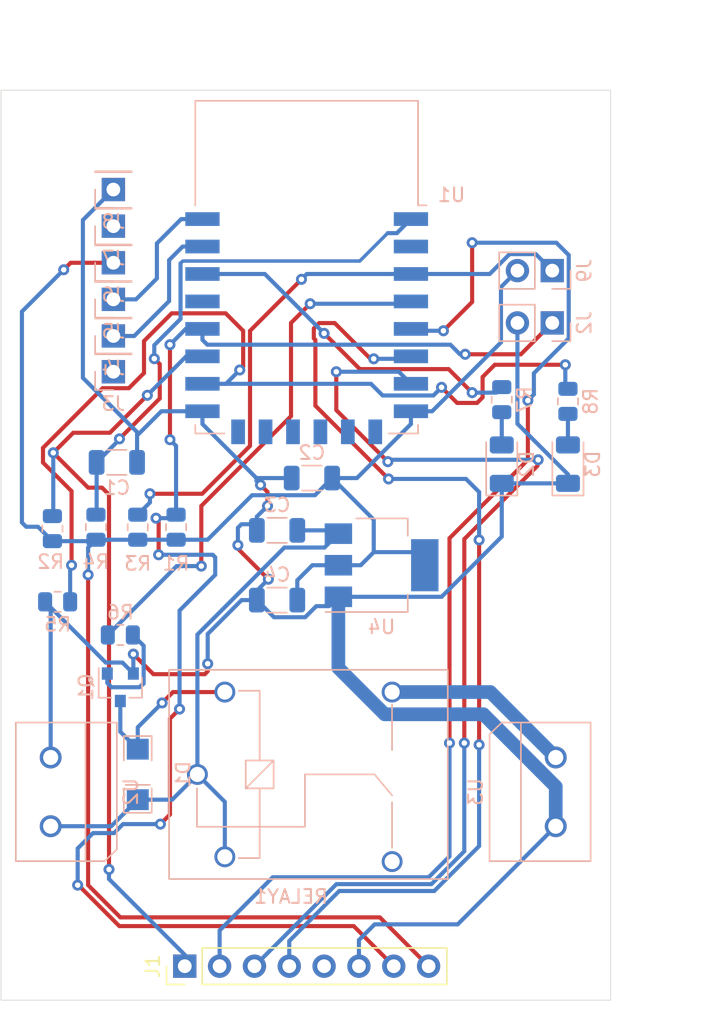
<source format=kicad_pcb>
(kicad_pcb (version 20171130) (host pcbnew 5.1.9-73d0e3b20d~88~ubuntu20.04.1)

  (general
    (thickness 1.6)
    (drawings 10)
    (tracks 354)
    (zones 0)
    (modules 30)
    (nets 33)
  )

  (page A4)
  (layers
    (0 F.Cu signal)
    (31 B.Cu signal)
    (32 B.Adhes user)
    (33 F.Adhes user)
    (34 B.Paste user)
    (35 F.Paste user)
    (36 B.SilkS user)
    (37 F.SilkS user)
    (38 B.Mask user)
    (39 F.Mask user)
    (40 Dwgs.User user)
    (41 Cmts.User user)
    (42 Eco1.User user)
    (43 Eco2.User user hide)
    (44 Edge.Cuts user)
    (45 Margin user)
    (46 B.CrtYd user)
    (47 F.CrtYd user)
    (48 B.Fab user)
    (49 F.Fab user)
  )

  (setup
    (last_trace_width 0.25)
    (user_trace_width 0.3)
    (user_trace_width 1)
    (trace_clearance 0.2)
    (zone_clearance 0.508)
    (zone_45_only no)
    (trace_min 0.2)
    (via_size 0.8)
    (via_drill 0.4)
    (via_min_size 0.4)
    (via_min_drill 0.3)
    (uvia_size 0.3)
    (uvia_drill 0.1)
    (uvias_allowed no)
    (uvia_min_size 0.2)
    (uvia_min_drill 0.1)
    (edge_width 0.05)
    (segment_width 0.2)
    (pcb_text_width 0.3)
    (pcb_text_size 1.5 1.5)
    (mod_edge_width 0.12)
    (mod_text_size 1 1)
    (mod_text_width 0.15)
    (pad_size 1.524 1.524)
    (pad_drill 0.762)
    (pad_to_mask_clearance 0)
    (aux_axis_origin 0 0)
    (visible_elements FFFFFF7F)
    (pcbplotparams
      (layerselection 0x010fc_ffffffff)
      (usegerberextensions false)
      (usegerberattributes true)
      (usegerberadvancedattributes true)
      (creategerberjobfile true)
      (excludeedgelayer true)
      (linewidth 0.100000)
      (plotframeref false)
      (viasonmask false)
      (mode 1)
      (useauxorigin false)
      (hpglpennumber 1)
      (hpglpenspeed 20)
      (hpglpendiameter 15.000000)
      (psnegative false)
      (psa4output false)
      (plotreference true)
      (plotvalue true)
      (plotinvisibletext false)
      (padsonsilk false)
      (subtractmaskfromsilk false)
      (outputformat 1)
      (mirror false)
      (drillshape 0)
      (scaleselection 1)
      (outputdirectory "../../../../electronic/ProjectGerbers/Access Control/"))
  )

  (net 0 "")
  (net 1 GND)
  (net 2 RST)
  (net 3 Vcc)
  (net 4 Vin)
  (net 5 "Net-(D1-Pad2)")
  (net 6 "Net-(D2-Pad2)")
  (net 7 "Net-(D3-Pad2)")
  (net 8 GPIO00)
  (net 9 "Net-(J1-Pad5)")
  (net 10 GPIO12)
  (net 11 GPIO13)
  (net 12 GPIO14)
  (net 13 GPIO02)
  (net 14 "Net-(J3-Pad1)")
  (net 15 "Net-(J7-Pad1)")
  (net 16 EN)
  (net 17 "Net-(Q1-Pad1)")
  (net 18 GPIO15)
  (net 19 GPIO16)
  (net 20 GPIO05)
  (net 21 "Net-(RELAY1-Pad4)")
  (net 22 Rel_1_out)
  (net 23 SCL)
  (net 24 MOSI)
  (net 25 GPIO10)
  (net 26 GPIO09)
  (net 27 MISO)
  (net 28 "Net-(U1-Pad17)")
  (net 29 TXD)
  (net 30 RXD)
  (net 31 GPIO04)
  (net 32 "Net-(U1-Pad2)")

  (net_class Default "This is the default net class."
    (clearance 0.2)
    (trace_width 0.25)
    (via_dia 0.8)
    (via_drill 0.4)
    (uvia_dia 0.3)
    (uvia_drill 0.1)
    (add_net EN)
    (add_net GND)
    (add_net GPIO00)
    (add_net GPIO02)
    (add_net GPIO04)
    (add_net GPIO05)
    (add_net GPIO09)
    (add_net GPIO10)
    (add_net GPIO12)
    (add_net GPIO13)
    (add_net GPIO14)
    (add_net GPIO15)
    (add_net GPIO16)
    (add_net MISO)
    (add_net MOSI)
    (add_net "Net-(D1-Pad2)")
    (add_net "Net-(D2-Pad2)")
    (add_net "Net-(D3-Pad2)")
    (add_net "Net-(J1-Pad5)")
    (add_net "Net-(J3-Pad1)")
    (add_net "Net-(J7-Pad1)")
    (add_net "Net-(Q1-Pad1)")
    (add_net "Net-(RELAY1-Pad4)")
    (add_net "Net-(U1-Pad17)")
    (add_net "Net-(U1-Pad2)")
    (add_net RST)
    (add_net RXD)
    (add_net Rel_1_out)
    (add_net SCL)
    (add_net TXD)
    (add_net Vcc)
    (add_net Vin)
  )

  (module Esp8266_Module:C_WiFiModule (layer B.Cu) (tedit 60450871) (tstamp 6045B277)
    (at 150.5585 76.3905 180)
    (descr "Wi-Fi Module, http://wiki.ai-thinker.com/_media/esp8266/docs/aithinker_esp_12f_datasheet_en.pdf")
    (tags "Wi-Fi Module")
    (path /60363FD8)
    (attr smd)
    (fp_text reference U1 (at -10.56 5.26) (layer B.SilkS)
      (effects (font (size 1 1) (thickness 0.15)) (justify mirror))
    )
    (fp_text value ESP-12E (at -0.06 12.78) (layer B.Fab)
      (effects (font (size 1 1) (thickness 0.15)) (justify mirror))
    )
    (fp_line (start -8 12) (end 8 12) (layer B.Fab) (width 0.12))
    (fp_line (start 8 12) (end 8 -12) (layer B.Fab) (width 0.12))
    (fp_line (start 8 -12) (end -8 -12) (layer B.Fab) (width 0.12))
    (fp_line (start -8 -12) (end -8 3) (layer B.Fab) (width 0.12))
    (fp_line (start -8 3) (end -7.5 3.5) (layer B.Fab) (width 0.12))
    (fp_line (start -7.5 3.5) (end -8 4) (layer B.Fab) (width 0.12))
    (fp_line (start -8 4) (end -8 12) (layer B.Fab) (width 0.12))
    (fp_line (start -9.05 12.2) (end 9.05 12.2) (layer B.CrtYd) (width 0.05))
    (fp_line (start 9.05 12.2) (end 9.05 -13.1) (layer B.CrtYd) (width 0.05))
    (fp_line (start 9.05 -13.1) (end -9.05 -13.1) (layer B.CrtYd) (width 0.05))
    (fp_line (start -9.05 -13.1) (end -9.05 12.2) (layer B.CrtYd) (width 0.05))
    (fp_line (start -8.12 12.12) (end 8.12 12.12) (layer B.SilkS) (width 0.12))
    (fp_line (start 8.12 12.12) (end 8.12 4.5) (layer B.SilkS) (width 0.12))
    (fp_line (start 8.12 -11.5) (end 8.12 -12.12) (layer B.SilkS) (width 0.12))
    (fp_line (start 8.12 -12.12) (end 6 -12.12) (layer B.SilkS) (width 0.12))
    (fp_line (start -6 -12.12) (end -8.12 -12.12) (layer B.SilkS) (width 0.12))
    (fp_line (start -8.12 -12.12) (end -8.12 -11.5) (layer B.SilkS) (width 0.12))
    (fp_line (start -8.12 4.5) (end -8.12 12.12) (layer B.SilkS) (width 0.12))
    (fp_line (start -8.12 4.5) (end -8.73 4.5) (layer B.SilkS) (width 0.12))
    (fp_line (start -8.12 12.12) (end 8.12 12.12) (layer Dwgs.User) (width 0.12))
    (fp_line (start 8.12 12.12) (end 8.12 4.8) (layer Dwgs.User) (width 0.12))
    (fp_line (start 8.12 4.8) (end -8.12 4.8) (layer Dwgs.User) (width 0.12))
    (fp_line (start -8.12 4.8) (end -8.12 12.12) (layer Dwgs.User) (width 0.12))
    (fp_line (start -8.12 9.12) (end -5.12 12.12) (layer Dwgs.User) (width 0.12))
    (fp_line (start -8.12 6.12) (end -2.12 12.12) (layer Dwgs.User) (width 0.12))
    (fp_line (start -6.44 4.8) (end 0.88 12.12) (layer Dwgs.User) (width 0.12))
    (fp_line (start -3.44 4.8) (end 3.88 12.12) (layer Dwgs.User) (width 0.12))
    (fp_line (start -0.44 4.8) (end 6.88 12.12) (layer Dwgs.User) (width 0.12))
    (fp_line (start 2.56 4.8) (end 8.12 10.36) (layer Dwgs.User) (width 0.12))
    (fp_line (start 5.56 4.8) (end 8.12 7.36) (layer Dwgs.User) (width 0.12))
    (fp_text user %R (at 0.49 0.8) (layer B.Fab)
      (effects (font (size 1 1) (thickness 0.15)) (justify mirror))
    )
    (fp_text user "KEEP-OUT ZONE" (at 0.03 9.55 180) (layer Cmts.User)
      (effects (font (size 1 1) (thickness 0.15)))
    )
    (fp_text user Antenna (at -0.06 7 180) (layer Cmts.User)
      (effects (font (size 1 1) (thickness 0.15)))
    )
    (pad 16 smd rect (at 7.6 3.5 180) (size 2.5 1) (layers B.Cu B.Paste B.Mask)
      (net 29 TXD))
    (pad 15 smd rect (at 7.6 1.5 180) (size 2.5 1) (layers B.Cu B.Paste B.Mask)
      (net 30 RXD))
    (pad 14 smd rect (at 7.6 -0.5 180) (size 2.5 1) (layers B.Cu B.Paste B.Mask)
      (net 20 GPIO05))
    (pad 13 smd rect (at 7.6 -2.5 180) (size 2.5 1) (layers B.Cu B.Paste B.Mask)
      (net 31 GPIO04))
    (pad 12 smd rect (at 7.6 -4.5 180) (size 2.5 1) (layers B.Cu B.Paste B.Mask)
      (net 8 GPIO00))
    (pad 11 smd rect (at 7.6 -6.5 180) (size 2.5 1) (layers B.Cu B.Paste B.Mask)
      (net 13 GPIO02))
    (pad 10 smd rect (at 7.6 -8.5 180) (size 2.5 1) (layers B.Cu B.Paste B.Mask)
      (net 18 GPIO15))
    (pad 9 smd rect (at 7.6 -10.5 180) (size 2.5 1) (layers B.Cu B.Paste B.Mask)
      (net 1 GND))
    (pad 22 smd rect (at 5 -12 180) (size 1 1.8) (layers B.Cu B.Paste B.Mask)
      (net 23 SCL))
    (pad 21 smd rect (at 3 -12 180) (size 1 1.8) (layers B.Cu B.Paste B.Mask)
      (net 24 MOSI))
    (pad 20 smd rect (at 1 -12 180) (size 1 1.8) (layers B.Cu B.Paste B.Mask)
      (net 25 GPIO10))
    (pad 19 smd rect (at -1 -12 180) (size 1 1.8) (layers B.Cu B.Paste B.Mask)
      (net 26 GPIO09))
    (pad 18 smd rect (at -3 -12 180) (size 1 1.8) (layers B.Cu B.Paste B.Mask)
      (net 27 MISO))
    (pad 17 smd rect (at -5 -12 180) (size 1 1.8) (layers B.Cu B.Paste B.Mask)
      (net 28 "Net-(U1-Pad17)"))
    (pad 8 smd rect (at -7.6 -10.5 180) (size 2.5 1) (layers B.Cu B.Paste B.Mask)
      (net 3 Vcc))
    (pad 7 smd rect (at -7.6 -8.5 180) (size 2.5 1) (layers B.Cu B.Paste B.Mask)
      (net 11 GPIO13))
    (pad 6 smd rect (at -7.6 -6.5 180) (size 2.5 1) (layers B.Cu B.Paste B.Mask)
      (net 10 GPIO12))
    (pad 5 smd rect (at -7.6 -4.5 180) (size 2.5 1) (layers B.Cu B.Paste B.Mask)
      (net 12 GPIO14))
    (pad 4 smd rect (at -7.6 -2.5 180) (size 2.5 1) (layers B.Cu B.Paste B.Mask)
      (net 19 GPIO16))
    (pad 3 smd rect (at -7.6 -0.5 180) (size 2.5 1) (layers B.Cu B.Paste B.Mask)
      (net 16 EN))
    (pad 2 smd rect (at -7.6 1.5 180) (size 2.5 1) (layers B.Cu B.Paste B.Mask)
      (net 32 "Net-(U1-Pad2)"))
    (pad 1 smd rect (at -7.6 3.5 180) (size 2.5 1) (layers B.Cu B.Paste B.Mask)
      (net 2 RST))
    (model ${KISYS3DMOD}/RF_Module.3dshapes/ESP-12E.wrl
      (at (xyz 0 0 0))
      (scale (xyz 1 1 1))
      (rotate (xyz 0 0 0))
    )
  )

  (module Package_TO_SOT_SMD:SOT-223-3_TabPin2 (layer B.Cu) (tedit 5A02FF57) (tstamp 60456BD0)
    (at 156.0195 98.1075)
    (descr "module CMS SOT223 4 pins")
    (tags "CMS SOT")
    (path /604CEF8B/604D73D7)
    (attr smd)
    (fp_text reference U4 (at 0 4.5) (layer B.SilkS)
      (effects (font (size 1 1) (thickness 0.15)) (justify mirror))
    )
    (fp_text value AMS1117-3.3 (at 0 -4.5) (layer B.Fab)
      (effects (font (size 1 1) (thickness 0.15)) (justify mirror))
    )
    (fp_line (start 1.85 3.35) (end 1.85 -3.35) (layer B.Fab) (width 0.1))
    (fp_line (start -1.85 -3.35) (end 1.85 -3.35) (layer B.Fab) (width 0.1))
    (fp_line (start -4.1 3.41) (end 1.91 3.41) (layer B.SilkS) (width 0.12))
    (fp_line (start -0.85 3.35) (end 1.85 3.35) (layer B.Fab) (width 0.1))
    (fp_line (start -1.85 -3.41) (end 1.91 -3.41) (layer B.SilkS) (width 0.12))
    (fp_line (start -1.85 2.35) (end -1.85 -3.35) (layer B.Fab) (width 0.1))
    (fp_line (start -1.85 2.35) (end -0.85 3.35) (layer B.Fab) (width 0.1))
    (fp_line (start -4.4 3.6) (end -4.4 -3.6) (layer B.CrtYd) (width 0.05))
    (fp_line (start -4.4 -3.6) (end 4.4 -3.6) (layer B.CrtYd) (width 0.05))
    (fp_line (start 4.4 -3.6) (end 4.4 3.6) (layer B.CrtYd) (width 0.05))
    (fp_line (start 4.4 3.6) (end -4.4 3.6) (layer B.CrtYd) (width 0.05))
    (fp_line (start 1.91 3.41) (end 1.91 2.15) (layer B.SilkS) (width 0.12))
    (fp_line (start 1.91 -3.41) (end 1.91 -2.15) (layer B.SilkS) (width 0.12))
    (fp_text user %R (at 0 0 -90) (layer B.Fab)
      (effects (font (size 0.8 0.8) (thickness 0.12)) (justify mirror))
    )
    (pad 2 smd rect (at 3.15 0) (size 2 3.8) (layers B.Cu B.Paste B.Mask)
      (net 3 Vcc))
    (pad 2 smd rect (at -3.15 0) (size 2 1.5) (layers B.Cu B.Paste B.Mask)
      (net 3 Vcc))
    (pad 3 smd rect (at -3.15 -2.3) (size 2 1.5) (layers B.Cu B.Paste B.Mask)
      (net 4 Vin))
    (pad 1 smd rect (at -3.15 2.3) (size 2 1.5) (layers B.Cu B.Paste B.Mask)
      (net 1 GND))
    (model ${KISYS3DMOD}/Package_TO_SOT_SMD.3dshapes/SOT-223.wrl
      (at (xyz 0 0 0))
      (scale (xyz 1 1 1))
      (rotate (xyz 0 0 0))
    )
  )

  (module Borneras:Bronera_2 (layer B.Cu) (tedit 5EA71E9B) (tstamp 60456BBA)
    (at 168.7195 114.6175 270)
    (path /60497C27)
    (fp_text reference U3 (at 0 5.842 90) (layer B.SilkS)
      (effects (font (size 1 1) (thickness 0.15)) (justify mirror))
    )
    (fp_text value Bornera2 (at 0 7.493 90) (layer B.Fab)
      (effects (font (size 1 1) (thickness 0.15)) (justify mirror))
    )
    (fp_line (start -5.05 3.937) (end -4.191 4.826) (layer B.SilkS) (width 0.12))
    (fp_line (start -5.05 2.54) (end -5.05 3.937) (layer B.SilkS) (width 0.12))
    (fp_line (start 5.05 2.54) (end 5.05 4.826) (layer B.SilkS) (width 0.12))
    (fp_line (start 5.05 -2.54) (end 5.05 2.54) (layer B.SilkS) (width 0.12))
    (fp_line (start -5.05 -2.54) (end -5.05 2.54) (layer B.SilkS) (width 0.12))
    (fp_line (start -5.05 2.54) (end 5.05 2.54) (layer B.SilkS) (width 0.12))
    (fp_line (start -4.191 4.826) (end 5.05 4.826) (layer B.SilkS) (width 0.12))
    (fp_line (start -5.05 -2.54) (end 5.05 -2.54) (layer B.SilkS) (width 0.12))
    (pad 1 thru_hole circle (at -2.504 0 270) (size 1.6 1.6) (drill 1.1) (layers *.Cu *.Mask)
      (net 22 Rel_1_out))
    (pad 2 thru_hole circle (at 2.504 0 270) (size 1.6 1.6) (drill 1.1) (layers *.Cu *.Mask)
      (net 1 GND))
  )

  (module Borneras:Bronera_2 (layer B.Cu) (tedit 5EA71E9B) (tstamp 60456BAC)
    (at 131.8895 114.6175 90)
    (path /6045A657)
    (fp_text reference U2 (at 0 5.842 90) (layer B.SilkS)
      (effects (font (size 1 1) (thickness 0.15)) (justify mirror))
    )
    (fp_text value Bornera2 (at 0 7.493 90) (layer B.Fab)
      (effects (font (size 1 1) (thickness 0.15)) (justify mirror))
    )
    (fp_line (start -5.05 3.937) (end -4.191 4.826) (layer B.SilkS) (width 0.12))
    (fp_line (start -5.05 2.54) (end -5.05 3.937) (layer B.SilkS) (width 0.12))
    (fp_line (start 5.05 2.54) (end 5.05 4.826) (layer B.SilkS) (width 0.12))
    (fp_line (start 5.05 -2.54) (end 5.05 2.54) (layer B.SilkS) (width 0.12))
    (fp_line (start -5.05 -2.54) (end -5.05 2.54) (layer B.SilkS) (width 0.12))
    (fp_line (start -5.05 2.54) (end 5.05 2.54) (layer B.SilkS) (width 0.12))
    (fp_line (start -4.191 4.826) (end 5.05 4.826) (layer B.SilkS) (width 0.12))
    (fp_line (start -5.05 -2.54) (end 5.05 -2.54) (layer B.SilkS) (width 0.12))
    (pad 1 thru_hole circle (at -2.504 0 90) (size 1.6 1.6) (drill 1.1) (layers *.Cu *.Mask)
      (net 4 Vin))
    (pad 2 thru_hole circle (at 2.504 0 90) (size 1.6 1.6) (drill 1.1) (layers *.Cu *.Mask)
      (net 1 GND))
  )

  (module Relay_5pin:Relay (layer B.Cu) (tedit 60181D4B) (tstamp 60456B63)
    (at 144.5895 113.3475)
    (path /60455E3F/6046C01D)
    (fp_text reference RELAY1 (at 4.826 8.898) (layer B.SilkS)
      (effects (font (size 1 1) (thickness 0.15)) (justify mirror))
    )
    (fp_text value JQC-3FF (at 4.826 9.898) (layer B.Fab)
      (effects (font (size 1 1) (thickness 0.15)) (justify mirror))
    )
    (fp_line (start 16.256 7.62) (end 16.256 -7.62) (layer B.SilkS) (width 0.12))
    (fp_line (start -4.064 7.62) (end -4.064 -7.62) (layer B.SilkS) (width 0.12))
    (fp_line (start -4 7.62) (end 16.2 7.62) (layer B.SilkS) (width 0.12))
    (fp_line (start -4 -7.62) (end 16.2 -7.62) (layer B.SilkS) (width 0.12))
    (fp_line (start 10.922 0) (end 12.192 1.524) (layer B.SilkS) (width 0.12))
    (fp_line (start 5.842 0) (end 10.922 0) (layer B.SilkS) (width 0.12))
    (fp_line (start 5.842 3.81) (end 5.842 0) (layer B.SilkS) (width 0.12))
    (fp_line (start 12.192 -1.778) (end 12.192 -5.08) (layer B.SilkS) (width 0.12))
    (fp_line (start 12.192 5.334) (end 12.192 2.032) (layer B.SilkS) (width 0.12))
    (fp_line (start -2.032 3.81) (end 5.842 3.81) (layer B.SilkS) (width 0.12))
    (fp_line (start -2.032 1.016) (end -2.032 3.81) (layer B.SilkS) (width 0.12))
    (fp_line (start 2.54 -6.096) (end 1.016 -6.096) (layer B.SilkS) (width 0.12))
    (fp_line (start 2.54 -5.08) (end 2.54 -6.096) (layer B.SilkS) (width 0.12))
    (fp_line (start 2.54 6.096) (end 2.54 5.08) (layer B.SilkS) (width 0.12))
    (fp_line (start 1.016 6.096) (end 2.54 6.096) (layer B.SilkS) (width 0.12))
    (fp_line (start 1.524 1.016) (end 3.556 -1.016) (layer B.SilkS) (width 0.12))
    (fp_line (start 2.54 -1.016) (end 2.54 -5.08) (layer B.SilkS) (width 0.12))
    (fp_line (start 3.556 1.016) (end 2.54 1.016) (layer B.SilkS) (width 0.12))
    (fp_line (start 3.556 -1.016) (end 3.556 1.016) (layer B.SilkS) (width 0.12))
    (fp_line (start 1.524 -1.016) (end 3.556 -1.016) (layer B.SilkS) (width 0.12))
    (fp_line (start 1.524 1.016) (end 1.524 -1.016) (layer B.SilkS) (width 0.12))
    (fp_line (start 2.54 1.016) (end 1.524 1.016) (layer B.SilkS) (width 0.12))
    (fp_line (start 2.54 1.778) (end 2.54 1.016) (layer B.SilkS) (width 0.12))
    (fp_line (start 2.54 5.08) (end 2.54 1.778) (layer B.SilkS) (width 0.12))
    (pad 2 thru_hole circle (at 0 -6) (size 1.524 1.524) (drill 1.1) (layers *.Cu *.Mask)
      (net 5 "Net-(D1-Pad2)"))
    (pad 1 thru_hole circle (at 0 6) (size 1.524 1.524) (drill 1.1) (layers *.Cu *.Mask Dwgs.User)
      (net 4 Vin))
    (pad 3 thru_hole circle (at -2 0) (size 1.524 1.524) (drill 1.1) (layers *.Cu *.Mask Dwgs.User)
      (net 4 Vin))
    (pad 5 thru_hole circle (at 12.2 -6) (size 1.524 1.524) (drill 1.1) (layers *.Cu *.Mask)
      (net 22 Rel_1_out))
    (pad 4 thru_hole circle (at 12.2 6.35) (size 1.524 1.524) (drill 1.1) (layers *.Cu *.Mask)
      (net 21 "Net-(RELAY1-Pad4)"))
    (model "/home/yiond/Desktop/electronic/KicadPersonalLib/3dModels/Relays/Relay - SRD-03VDC-SL-C.stp"
      (offset (xyz 6 0 0))
      (scale (xyz 1 1 1))
      (rotate (xyz 0 0 180))
    )
  )

  (module Resistor_SMD:R_0805_2012Metric (layer B.Cu) (tedit 5F68FEEE) (tstamp 60456B42)
    (at 169.6085 86.1695 90)
    (descr "Resistor SMD 0805 (2012 Metric), square (rectangular) end terminal, IPC_7351 nominal, (Body size source: IPC-SM-782 page 72, https://www.pcb-3d.com/wordpress/wp-content/uploads/ipc-sm-782a_amendment_1_and_2.pdf), generated with kicad-footprint-generator")
    (tags resistor)
    (path /604BEA43/604CE252)
    (attr smd)
    (fp_text reference R8 (at 0 1.65 90) (layer B.SilkS)
      (effects (font (size 1 1) (thickness 0.15)) (justify mirror))
    )
    (fp_text value 220 (at 0 -1.65 90) (layer B.Fab)
      (effects (font (size 1 1) (thickness 0.15)) (justify mirror))
    )
    (fp_line (start -1 -0.625) (end -1 0.625) (layer B.Fab) (width 0.1))
    (fp_line (start -1 0.625) (end 1 0.625) (layer B.Fab) (width 0.1))
    (fp_line (start 1 0.625) (end 1 -0.625) (layer B.Fab) (width 0.1))
    (fp_line (start 1 -0.625) (end -1 -0.625) (layer B.Fab) (width 0.1))
    (fp_line (start -0.227064 0.735) (end 0.227064 0.735) (layer B.SilkS) (width 0.12))
    (fp_line (start -0.227064 -0.735) (end 0.227064 -0.735) (layer B.SilkS) (width 0.12))
    (fp_line (start -1.68 -0.95) (end -1.68 0.95) (layer B.CrtYd) (width 0.05))
    (fp_line (start -1.68 0.95) (end 1.68 0.95) (layer B.CrtYd) (width 0.05))
    (fp_line (start 1.68 0.95) (end 1.68 -0.95) (layer B.CrtYd) (width 0.05))
    (fp_line (start 1.68 -0.95) (end -1.68 -0.95) (layer B.CrtYd) (width 0.05))
    (fp_text user %R (at 0 0 90) (layer B.Fab)
      (effects (font (size 0.5 0.5) (thickness 0.08)) (justify mirror))
    )
    (pad 2 smd roundrect (at 0.9125 0 90) (size 1.025 1.4) (layers B.Cu B.Paste B.Mask) (roundrect_rratio 0.2439014634146341)
      (net 18 GPIO15))
    (pad 1 smd roundrect (at -0.9125 0 90) (size 1.025 1.4) (layers B.Cu B.Paste B.Mask) (roundrect_rratio 0.2439014634146341)
      (net 7 "Net-(D3-Pad2)"))
    (model ${KISYS3DMOD}/Resistor_SMD.3dshapes/R_0805_2012Metric.wrl
      (at (xyz 0 0 0))
      (scale (xyz 1 1 1))
      (rotate (xyz 0 0 0))
    )
  )

  (module Resistor_SMD:R_0805_2012Metric (layer B.Cu) (tedit 5F68FEEE) (tstamp 60456B31)
    (at 164.7825 86.0425 90)
    (descr "Resistor SMD 0805 (2012 Metric), square (rectangular) end terminal, IPC_7351 nominal, (Body size source: IPC-SM-782 page 72, https://www.pcb-3d.com/wordpress/wp-content/uploads/ipc-sm-782a_amendment_1_and_2.pdf), generated with kicad-footprint-generator")
    (tags resistor)
    (path /604BEA43/604CCEB8)
    (attr smd)
    (fp_text reference R7 (at 0 1.65 90) (layer B.SilkS)
      (effects (font (size 1 1) (thickness 0.15)) (justify mirror))
    )
    (fp_text value 220 (at 0 -1.65 90) (layer B.Fab)
      (effects (font (size 1 1) (thickness 0.15)) (justify mirror))
    )
    (fp_line (start -1 -0.625) (end -1 0.625) (layer B.Fab) (width 0.1))
    (fp_line (start -1 0.625) (end 1 0.625) (layer B.Fab) (width 0.1))
    (fp_line (start 1 0.625) (end 1 -0.625) (layer B.Fab) (width 0.1))
    (fp_line (start 1 -0.625) (end -1 -0.625) (layer B.Fab) (width 0.1))
    (fp_line (start -0.227064 0.735) (end 0.227064 0.735) (layer B.SilkS) (width 0.12))
    (fp_line (start -0.227064 -0.735) (end 0.227064 -0.735) (layer B.SilkS) (width 0.12))
    (fp_line (start -1.68 -0.95) (end -1.68 0.95) (layer B.CrtYd) (width 0.05))
    (fp_line (start -1.68 0.95) (end 1.68 0.95) (layer B.CrtYd) (width 0.05))
    (fp_line (start 1.68 0.95) (end 1.68 -0.95) (layer B.CrtYd) (width 0.05))
    (fp_line (start 1.68 -0.95) (end -1.68 -0.95) (layer B.CrtYd) (width 0.05))
    (fp_text user %R (at 0 0 90) (layer B.Fab)
      (effects (font (size 0.5 0.5) (thickness 0.08)) (justify mirror))
    )
    (pad 2 smd roundrect (at 0.9125 0 90) (size 1.025 1.4) (layers B.Cu B.Paste B.Mask) (roundrect_rratio 0.2439014634146341)
      (net 20 GPIO05))
    (pad 1 smd roundrect (at -0.9125 0 90) (size 1.025 1.4) (layers B.Cu B.Paste B.Mask) (roundrect_rratio 0.2439014634146341)
      (net 6 "Net-(D2-Pad2)"))
    (model ${KISYS3DMOD}/Resistor_SMD.3dshapes/R_0805_2012Metric.wrl
      (at (xyz 0 0 0))
      (scale (xyz 1 1 1))
      (rotate (xyz 0 0 0))
    )
  )

  (module Resistor_SMD:R_0805_2012Metric (layer B.Cu) (tedit 5F68FEEE) (tstamp 60456B20)
    (at 136.9695 103.1875 180)
    (descr "Resistor SMD 0805 (2012 Metric), square (rectangular) end terminal, IPC_7351 nominal, (Body size source: IPC-SM-782 page 72, https://www.pcb-3d.com/wordpress/wp-content/uploads/ipc-sm-782a_amendment_1_and_2.pdf), generated with kicad-footprint-generator")
    (tags resistor)
    (path /60455E3F/604735CF)
    (attr smd)
    (fp_text reference R6 (at 0 1.65) (layer B.SilkS)
      (effects (font (size 1 1) (thickness 0.15)) (justify mirror))
    )
    (fp_text value 2.2k (at 0 -1.65) (layer B.Fab)
      (effects (font (size 1 1) (thickness 0.15)) (justify mirror))
    )
    (fp_line (start 1.68 -0.95) (end -1.68 -0.95) (layer B.CrtYd) (width 0.05))
    (fp_line (start 1.68 0.95) (end 1.68 -0.95) (layer B.CrtYd) (width 0.05))
    (fp_line (start -1.68 0.95) (end 1.68 0.95) (layer B.CrtYd) (width 0.05))
    (fp_line (start -1.68 -0.95) (end -1.68 0.95) (layer B.CrtYd) (width 0.05))
    (fp_line (start -0.227064 -0.735) (end 0.227064 -0.735) (layer B.SilkS) (width 0.12))
    (fp_line (start -0.227064 0.735) (end 0.227064 0.735) (layer B.SilkS) (width 0.12))
    (fp_line (start 1 -0.625) (end -1 -0.625) (layer B.Fab) (width 0.1))
    (fp_line (start 1 0.625) (end 1 -0.625) (layer B.Fab) (width 0.1))
    (fp_line (start -1 0.625) (end 1 0.625) (layer B.Fab) (width 0.1))
    (fp_line (start -1 -0.625) (end -1 0.625) (layer B.Fab) (width 0.1))
    (fp_text user %R (at 0 0) (layer B.Fab)
      (effects (font (size 0.5 0.5) (thickness 0.08)) (justify mirror))
    )
    (pad 1 smd roundrect (at -0.9125 0 180) (size 1.025 1.4) (layers B.Cu B.Paste B.Mask) (roundrect_rratio 0.2439014634146341)
      (net 17 "Net-(Q1-Pad1)"))
    (pad 2 smd roundrect (at 0.9125 0 180) (size 1.025 1.4) (layers B.Cu B.Paste B.Mask) (roundrect_rratio 0.2439014634146341)
      (net 19 GPIO16))
    (model ${KISYS3DMOD}/Resistor_SMD.3dshapes/R_0805_2012Metric.wrl
      (at (xyz 0 0 0))
      (scale (xyz 1 1 1))
      (rotate (xyz 0 0 0))
    )
  )

  (module Resistor_SMD:R_0805_2012Metric (layer B.Cu) (tedit 5F68FEEE) (tstamp 60456B0F)
    (at 132.3975 100.7745)
    (descr "Resistor SMD 0805 (2012 Metric), square (rectangular) end terminal, IPC_7351 nominal, (Body size source: IPC-SM-782 page 72, https://www.pcb-3d.com/wordpress/wp-content/uploads/ipc-sm-782a_amendment_1_and_2.pdf), generated with kicad-footprint-generator")
    (tags resistor)
    (path /604AAA90)
    (attr smd)
    (fp_text reference R5 (at 0 1.65) (layer B.SilkS)
      (effects (font (size 1 1) (thickness 0.15)) (justify mirror))
    )
    (fp_text value 12k (at 0 -1.65) (layer B.Fab)
      (effects (font (size 1 1) (thickness 0.15)) (justify mirror))
    )
    (fp_line (start -1 -0.625) (end -1 0.625) (layer B.Fab) (width 0.1))
    (fp_line (start -1 0.625) (end 1 0.625) (layer B.Fab) (width 0.1))
    (fp_line (start 1 0.625) (end 1 -0.625) (layer B.Fab) (width 0.1))
    (fp_line (start 1 -0.625) (end -1 -0.625) (layer B.Fab) (width 0.1))
    (fp_line (start -0.227064 0.735) (end 0.227064 0.735) (layer B.SilkS) (width 0.12))
    (fp_line (start -0.227064 -0.735) (end 0.227064 -0.735) (layer B.SilkS) (width 0.12))
    (fp_line (start -1.68 -0.95) (end -1.68 0.95) (layer B.CrtYd) (width 0.05))
    (fp_line (start -1.68 0.95) (end 1.68 0.95) (layer B.CrtYd) (width 0.05))
    (fp_line (start 1.68 0.95) (end 1.68 -0.95) (layer B.CrtYd) (width 0.05))
    (fp_line (start 1.68 -0.95) (end -1.68 -0.95) (layer B.CrtYd) (width 0.05))
    (fp_text user %R (at 0 0) (layer B.Fab)
      (effects (font (size 0.5 0.5) (thickness 0.08)) (justify mirror))
    )
    (pad 2 smd roundrect (at 0.9125 0) (size 1.025 1.4) (layers B.Cu B.Paste B.Mask) (roundrect_rratio 0.2439014634146341)
      (net 18 GPIO15))
    (pad 1 smd roundrect (at -0.9125 0) (size 1.025 1.4) (layers B.Cu B.Paste B.Mask) (roundrect_rratio 0.2439014634146341)
      (net 1 GND))
    (model ${KISYS3DMOD}/Resistor_SMD.3dshapes/R_0805_2012Metric.wrl
      (at (xyz 0 0 0))
      (scale (xyz 1 1 1))
      (rotate (xyz 0 0 0))
    )
  )

  (module Resistor_SMD:R_0805_2012Metric (layer B.Cu) (tedit 5F68FEEE) (tstamp 60456AFE)
    (at 135.1915 95.337 90)
    (descr "Resistor SMD 0805 (2012 Metric), square (rectangular) end terminal, IPC_7351 nominal, (Body size source: IPC-SM-782 page 72, https://www.pcb-3d.com/wordpress/wp-content/uploads/ipc-sm-782a_amendment_1_and_2.pdf), generated with kicad-footprint-generator")
    (tags resistor)
    (path /604A9FC3)
    (attr smd)
    (fp_text reference R4 (at -2.5165 0 180) (layer B.SilkS)
      (effects (font (size 1 1) (thickness 0.15)) (justify mirror))
    )
    (fp_text value 10k (at 2.5635 -0.127 180) (layer B.Fab)
      (effects (font (size 1 1) (thickness 0.15)) (justify mirror))
    )
    (fp_line (start -1 -0.625) (end -1 0.625) (layer B.Fab) (width 0.1))
    (fp_line (start -1 0.625) (end 1 0.625) (layer B.Fab) (width 0.1))
    (fp_line (start 1 0.625) (end 1 -0.625) (layer B.Fab) (width 0.1))
    (fp_line (start 1 -0.625) (end -1 -0.625) (layer B.Fab) (width 0.1))
    (fp_line (start -0.227064 0.735) (end 0.227064 0.735) (layer B.SilkS) (width 0.12))
    (fp_line (start -0.227064 -0.735) (end 0.227064 -0.735) (layer B.SilkS) (width 0.12))
    (fp_line (start -1.68 -0.95) (end -1.68 0.95) (layer B.CrtYd) (width 0.05))
    (fp_line (start -1.68 0.95) (end 1.68 0.95) (layer B.CrtYd) (width 0.05))
    (fp_line (start 1.68 0.95) (end 1.68 -0.95) (layer B.CrtYd) (width 0.05))
    (fp_line (start 1.68 -0.95) (end -1.68 -0.95) (layer B.CrtYd) (width 0.05))
    (fp_text user %R (at 0 0 90) (layer B.Fab)
      (effects (font (size 0.5 0.5) (thickness 0.08)) (justify mirror))
    )
    (pad 2 smd roundrect (at 0.9125 0 90) (size 1.025 1.4) (layers B.Cu B.Paste B.Mask) (roundrect_rratio 0.2439014634146341)
      (net 2 RST))
    (pad 1 smd roundrect (at -0.9125 0 90) (size 1.025 1.4) (layers B.Cu B.Paste B.Mask) (roundrect_rratio 0.2439014634146341)
      (net 3 Vcc))
    (model ${KISYS3DMOD}/Resistor_SMD.3dshapes/R_0805_2012Metric.wrl
      (at (xyz 0 0 0))
      (scale (xyz 1 1 1))
      (rotate (xyz 0 0 0))
    )
  )

  (module Resistor_SMD:R_0805_2012Metric (layer B.Cu) (tedit 5F68FEEE) (tstamp 60456AED)
    (at 138.2395 95.337 90)
    (descr "Resistor SMD 0805 (2012 Metric), square (rectangular) end terminal, IPC_7351 nominal, (Body size source: IPC-SM-782 page 72, https://www.pcb-3d.com/wordpress/wp-content/uploads/ipc-sm-782a_amendment_1_and_2.pdf), generated with kicad-footprint-generator")
    (tags resistor)
    (path /604A9907)
    (attr smd)
    (fp_text reference R3 (at -2.6435 0 180) (layer B.SilkS)
      (effects (font (size 1 1) (thickness 0.15)) (justify mirror))
    )
    (fp_text value 10k (at 2.6905 -0.254 180) (layer B.Fab)
      (effects (font (size 1 1) (thickness 0.15)) (justify mirror))
    )
    (fp_line (start -1 -0.625) (end -1 0.625) (layer B.Fab) (width 0.1))
    (fp_line (start -1 0.625) (end 1 0.625) (layer B.Fab) (width 0.1))
    (fp_line (start 1 0.625) (end 1 -0.625) (layer B.Fab) (width 0.1))
    (fp_line (start 1 -0.625) (end -1 -0.625) (layer B.Fab) (width 0.1))
    (fp_line (start -0.227064 0.735) (end 0.227064 0.735) (layer B.SilkS) (width 0.12))
    (fp_line (start -0.227064 -0.735) (end 0.227064 -0.735) (layer B.SilkS) (width 0.12))
    (fp_line (start -1.68 -0.95) (end -1.68 0.95) (layer B.CrtYd) (width 0.05))
    (fp_line (start -1.68 0.95) (end 1.68 0.95) (layer B.CrtYd) (width 0.05))
    (fp_line (start 1.68 0.95) (end 1.68 -0.95) (layer B.CrtYd) (width 0.05))
    (fp_line (start 1.68 -0.95) (end -1.68 -0.95) (layer B.CrtYd) (width 0.05))
    (fp_text user %R (at 0 0 90) (layer B.Fab)
      (effects (font (size 0.5 0.5) (thickness 0.08)) (justify mirror))
    )
    (pad 2 smd roundrect (at 0.9125 0 90) (size 1.025 1.4) (layers B.Cu B.Paste B.Mask) (roundrect_rratio 0.2439014634146341)
      (net 16 EN))
    (pad 1 smd roundrect (at -0.9125 0 90) (size 1.025 1.4) (layers B.Cu B.Paste B.Mask) (roundrect_rratio 0.2439014634146341)
      (net 3 Vcc))
    (model ${KISYS3DMOD}/Resistor_SMD.3dshapes/R_0805_2012Metric.wrl
      (at (xyz 0 0 0))
      (scale (xyz 1 1 1))
      (rotate (xyz 0 0 0))
    )
  )

  (module Resistor_SMD:R_0805_2012Metric (layer B.Cu) (tedit 5F68FEEE) (tstamp 60456ADC)
    (at 132.0165 95.4405 90)
    (descr "Resistor SMD 0805 (2012 Metric), square (rectangular) end terminal, IPC_7351 nominal, (Body size source: IPC-SM-782 page 72, https://www.pcb-3d.com/wordpress/wp-content/uploads/ipc-sm-782a_amendment_1_and_2.pdf), generated with kicad-footprint-generator")
    (tags resistor)
    (path /604A70AC)
    (attr smd)
    (fp_text reference R2 (at -2.413 -0.127 180) (layer B.SilkS)
      (effects (font (size 1 1) (thickness 0.15)) (justify mirror))
    )
    (fp_text value 10k (at 2.667 -0.254 180) (layer B.Fab)
      (effects (font (size 1 1) (thickness 0.15)) (justify mirror))
    )
    (fp_line (start -1 -0.625) (end -1 0.625) (layer B.Fab) (width 0.1))
    (fp_line (start -1 0.625) (end 1 0.625) (layer B.Fab) (width 0.1))
    (fp_line (start 1 0.625) (end 1 -0.625) (layer B.Fab) (width 0.1))
    (fp_line (start 1 -0.625) (end -1 -0.625) (layer B.Fab) (width 0.1))
    (fp_line (start -0.227064 0.735) (end 0.227064 0.735) (layer B.SilkS) (width 0.12))
    (fp_line (start -0.227064 -0.735) (end 0.227064 -0.735) (layer B.SilkS) (width 0.12))
    (fp_line (start -1.68 -0.95) (end -1.68 0.95) (layer B.CrtYd) (width 0.05))
    (fp_line (start -1.68 0.95) (end 1.68 0.95) (layer B.CrtYd) (width 0.05))
    (fp_line (start 1.68 0.95) (end 1.68 -0.95) (layer B.CrtYd) (width 0.05))
    (fp_line (start 1.68 -0.95) (end -1.68 -0.95) (layer B.CrtYd) (width 0.05))
    (fp_text user %R (at 0 0 90) (layer B.Fab)
      (effects (font (size 0.5 0.5) (thickness 0.08)) (justify mirror))
    )
    (pad 2 smd roundrect (at 0.9125 0 90) (size 1.025 1.4) (layers B.Cu B.Paste B.Mask) (roundrect_rratio 0.2439014634146341)
      (net 13 GPIO02))
    (pad 1 smd roundrect (at -0.9125 0 90) (size 1.025 1.4) (layers B.Cu B.Paste B.Mask) (roundrect_rratio 0.2439014634146341)
      (net 3 Vcc))
    (model ${KISYS3DMOD}/Resistor_SMD.3dshapes/R_0805_2012Metric.wrl
      (at (xyz 0 0 0))
      (scale (xyz 1 1 1))
      (rotate (xyz 0 0 0))
    )
  )

  (module Resistor_SMD:R_0805_2012Metric (layer B.Cu) (tedit 5F68FEEE) (tstamp 60456ACB)
    (at 141.0335 95.337 90)
    (descr "Resistor SMD 0805 (2012 Metric), square (rectangular) end terminal, IPC_7351 nominal, (Body size source: IPC-SM-782 page 72, https://www.pcb-3d.com/wordpress/wp-content/uploads/ipc-sm-782a_amendment_1_and_2.pdf), generated with kicad-footprint-generator")
    (tags resistor)
    (path /604A5EDF)
    (attr smd)
    (fp_text reference R1 (at -2.6435 0 180) (layer B.SilkS)
      (effects (font (size 1 1) (thickness 0.15)) (justify mirror))
    )
    (fp_text value 10k (at 2.6905 -0.254 180) (layer B.Fab)
      (effects (font (size 1 1) (thickness 0.15)) (justify mirror))
    )
    (fp_line (start -1 -0.625) (end -1 0.625) (layer B.Fab) (width 0.1))
    (fp_line (start -1 0.625) (end 1 0.625) (layer B.Fab) (width 0.1))
    (fp_line (start 1 0.625) (end 1 -0.625) (layer B.Fab) (width 0.1))
    (fp_line (start 1 -0.625) (end -1 -0.625) (layer B.Fab) (width 0.1))
    (fp_line (start -0.227064 0.735) (end 0.227064 0.735) (layer B.SilkS) (width 0.12))
    (fp_line (start -0.227064 -0.735) (end 0.227064 -0.735) (layer B.SilkS) (width 0.12))
    (fp_line (start -1.68 -0.95) (end -1.68 0.95) (layer B.CrtYd) (width 0.05))
    (fp_line (start -1.68 0.95) (end 1.68 0.95) (layer B.CrtYd) (width 0.05))
    (fp_line (start 1.68 0.95) (end 1.68 -0.95) (layer B.CrtYd) (width 0.05))
    (fp_line (start 1.68 -0.95) (end -1.68 -0.95) (layer B.CrtYd) (width 0.05))
    (fp_text user %R (at 0 0 90) (layer B.Fab)
      (effects (font (size 0.5 0.5) (thickness 0.08)) (justify mirror))
    )
    (pad 2 smd roundrect (at 0.9125 0 90) (size 1.025 1.4) (layers B.Cu B.Paste B.Mask) (roundrect_rratio 0.2439014634146341)
      (net 8 GPIO00))
    (pad 1 smd roundrect (at -0.9125 0 90) (size 1.025 1.4) (layers B.Cu B.Paste B.Mask) (roundrect_rratio 0.2439014634146341)
      (net 3 Vcc))
    (model ${KISYS3DMOD}/Resistor_SMD.3dshapes/R_0805_2012Metric.wrl
      (at (xyz 0 0 0))
      (scale (xyz 1 1 1))
      (rotate (xyz 0 0 0))
    )
  )

  (module Package_TO_SOT_SMD:SOT-23 (layer B.Cu) (tedit 5A02FF57) (tstamp 60456ABA)
    (at 136.9695 106.9975 270)
    (descr "SOT-23, Standard")
    (tags SOT-23)
    (path /60455E3F/604C5FC3)
    (attr smd)
    (fp_text reference Q1 (at 0 2.5 90) (layer B.SilkS)
      (effects (font (size 1 1) (thickness 0.15)) (justify mirror))
    )
    (fp_text value MMBT3904 (at 0 -2.5 90) (layer B.Fab)
      (effects (font (size 1 1) (thickness 0.15)) (justify mirror))
    )
    (fp_line (start 0.76 -1.58) (end -0.7 -1.58) (layer B.SilkS) (width 0.12))
    (fp_line (start 0.76 1.58) (end -1.4 1.58) (layer B.SilkS) (width 0.12))
    (fp_line (start -1.7 -1.75) (end -1.7 1.75) (layer B.CrtYd) (width 0.05))
    (fp_line (start 1.7 -1.75) (end -1.7 -1.75) (layer B.CrtYd) (width 0.05))
    (fp_line (start 1.7 1.75) (end 1.7 -1.75) (layer B.CrtYd) (width 0.05))
    (fp_line (start -1.7 1.75) (end 1.7 1.75) (layer B.CrtYd) (width 0.05))
    (fp_line (start 0.76 1.58) (end 0.76 0.65) (layer B.SilkS) (width 0.12))
    (fp_line (start 0.76 -1.58) (end 0.76 -0.65) (layer B.SilkS) (width 0.12))
    (fp_line (start -0.7 -1.52) (end 0.7 -1.52) (layer B.Fab) (width 0.1))
    (fp_line (start 0.7 1.52) (end 0.7 -1.52) (layer B.Fab) (width 0.1))
    (fp_line (start -0.7 0.95) (end -0.15 1.52) (layer B.Fab) (width 0.1))
    (fp_line (start -0.15 1.52) (end 0.7 1.52) (layer B.Fab) (width 0.1))
    (fp_line (start -0.7 0.95) (end -0.7 -1.5) (layer B.Fab) (width 0.1))
    (fp_text user %R (at 0 0 180) (layer B.Fab)
      (effects (font (size 0.5 0.5) (thickness 0.075)) (justify mirror))
    )
    (pad 1 smd rect (at -1 0.95 270) (size 0.9 0.8) (layers B.Cu B.Paste B.Mask)
      (net 17 "Net-(Q1-Pad1)"))
    (pad 2 smd rect (at -1 -0.95 270) (size 0.9 0.8) (layers B.Cu B.Paste B.Mask)
      (net 1 GND))
    (pad 3 smd rect (at 1 0 270) (size 0.9 0.8) (layers B.Cu B.Paste B.Mask)
      (net 5 "Net-(D1-Pad2)"))
    (model ${KISYS3DMOD}/Package_TO_SOT_SMD.3dshapes/SOT-23.wrl
      (at (xyz 0 0 0))
      (scale (xyz 1 1 1))
      (rotate (xyz 0 0 0))
    )
  )

  (module Connector_PinHeader_2.54mm:PinHeader_1x02_P2.54mm_Vertical (layer B.Cu) (tedit 59FED5CC) (tstamp 60456AA5)
    (at 168.4655 76.6445 90)
    (descr "Through hole straight pin header, 1x02, 2.54mm pitch, single row")
    (tags "Through hole pin header THT 1x02 2.54mm single row")
    (path /604AE6F7/60465C33)
    (fp_text reference J9 (at 0 2.33 90) (layer B.SilkS)
      (effects (font (size 1 1) (thickness 0.15)) (justify mirror))
    )
    (fp_text value Conn_01x02_Male (at 0 -4.87 90) (layer B.Fab)
      (effects (font (size 1 1) (thickness 0.15)) (justify mirror))
    )
    (fp_line (start -0.635 1.27) (end 1.27 1.27) (layer B.Fab) (width 0.1))
    (fp_line (start 1.27 1.27) (end 1.27 -3.81) (layer B.Fab) (width 0.1))
    (fp_line (start 1.27 -3.81) (end -1.27 -3.81) (layer B.Fab) (width 0.1))
    (fp_line (start -1.27 -3.81) (end -1.27 0.635) (layer B.Fab) (width 0.1))
    (fp_line (start -1.27 0.635) (end -0.635 1.27) (layer B.Fab) (width 0.1))
    (fp_line (start -1.33 -3.87) (end 1.33 -3.87) (layer B.SilkS) (width 0.12))
    (fp_line (start -1.33 -1.27) (end -1.33 -3.87) (layer B.SilkS) (width 0.12))
    (fp_line (start 1.33 -1.27) (end 1.33 -3.87) (layer B.SilkS) (width 0.12))
    (fp_line (start -1.33 -1.27) (end 1.33 -1.27) (layer B.SilkS) (width 0.12))
    (fp_line (start -1.33 0) (end -1.33 1.33) (layer B.SilkS) (width 0.12))
    (fp_line (start -1.33 1.33) (end 0 1.33) (layer B.SilkS) (width 0.12))
    (fp_line (start -1.8 1.8) (end -1.8 -4.35) (layer B.CrtYd) (width 0.05))
    (fp_line (start -1.8 -4.35) (end 1.8 -4.35) (layer B.CrtYd) (width 0.05))
    (fp_line (start 1.8 -4.35) (end 1.8 1.8) (layer B.CrtYd) (width 0.05))
    (fp_line (start 1.8 1.8) (end -1.8 1.8) (layer B.CrtYd) (width 0.05))
    (fp_text user %R (at 0 -1.27 180) (layer B.Fab)
      (effects (font (size 1 1) (thickness 0.15)) (justify mirror))
    )
    (pad 2 thru_hole oval (at 0 -2.54 90) (size 1.7 1.7) (drill 1) (layers *.Cu *.Mask)
      (net 3 Vcc))
    (pad 1 thru_hole rect (at 0 0 90) (size 1.7 1.7) (drill 1) (layers *.Cu *.Mask)
      (net 16 EN))
    (model ${KISYS3DMOD}/Connector_PinHeader_2.54mm.3dshapes/PinHeader_1x02_P2.54mm_Vertical.wrl
      (at (xyz 0 0 0))
      (scale (xyz 1 1 1))
      (rotate (xyz 0 0 0))
    )
  )

  (module Connector_PinHeader_2.54mm:PinHeader_1x01_P2.54mm_Vertical (layer B.Cu) (tedit 59FED5CC) (tstamp 60456A8F)
    (at 136.4615 70.739)
    (descr "Through hole straight pin header, 1x01, 2.54mm pitch, single row")
    (tags "Through hole pin header THT 1x01 2.54mm single row")
    (path /604AE6F7/604B553F)
    (fp_text reference J8 (at 0 2.33) (layer B.SilkS)
      (effects (font (size 1 1) (thickness 0.15)) (justify mirror))
    )
    (fp_text value GND (at -2.54 -0.381 90) (layer B.Fab)
      (effects (font (size 1 1) (thickness 0.15)) (justify mirror))
    )
    (fp_line (start -0.635 1.27) (end 1.27 1.27) (layer B.Fab) (width 0.1))
    (fp_line (start 1.27 1.27) (end 1.27 -1.27) (layer B.Fab) (width 0.1))
    (fp_line (start 1.27 -1.27) (end -1.27 -1.27) (layer B.Fab) (width 0.1))
    (fp_line (start -1.27 -1.27) (end -1.27 0.635) (layer B.Fab) (width 0.1))
    (fp_line (start -1.27 0.635) (end -0.635 1.27) (layer B.Fab) (width 0.1))
    (fp_line (start -1.33 -1.33) (end 1.33 -1.33) (layer B.SilkS) (width 0.12))
    (fp_line (start -1.33 -1.27) (end -1.33 -1.33) (layer B.SilkS) (width 0.12))
    (fp_line (start 1.33 -1.27) (end 1.33 -1.33) (layer B.SilkS) (width 0.12))
    (fp_line (start -1.33 -1.27) (end 1.33 -1.27) (layer B.SilkS) (width 0.12))
    (fp_line (start -1.33 0) (end -1.33 1.33) (layer B.SilkS) (width 0.12))
    (fp_line (start -1.33 1.33) (end 0 1.33) (layer B.SilkS) (width 0.12))
    (fp_line (start -1.8 1.8) (end -1.8 -1.8) (layer B.CrtYd) (width 0.05))
    (fp_line (start -1.8 -1.8) (end 1.8 -1.8) (layer B.CrtYd) (width 0.05))
    (fp_line (start 1.8 -1.8) (end 1.8 1.8) (layer B.CrtYd) (width 0.05))
    (fp_line (start 1.8 1.8) (end -1.8 1.8) (layer B.CrtYd) (width 0.05))
    (fp_text user %R (at -0.125 0.119 -90) (layer B.Fab)
      (effects (font (size 1 1) (thickness 0.15)) (justify mirror))
    )
    (pad 1 thru_hole rect (at 0 0) (size 1.7 1.7) (drill 1) (layers *.Cu *.Mask)
      (net 1 GND))
    (model ${KISYS3DMOD}/Connector_PinHeader_2.54mm.3dshapes/PinHeader_1x01_P2.54mm_Vertical.wrl
      (at (xyz 0 0 0))
      (scale (xyz 1 1 1))
      (rotate (xyz 0 0 0))
    )
  )

  (module Connector_PinHeader_2.54mm:PinHeader_1x01_P2.54mm_Vertical (layer B.Cu) (tedit 59FED5CC) (tstamp 60456A7A)
    (at 136.4615 73.406)
    (descr "Through hole straight pin header, 1x01, 2.54mm pitch, single row")
    (tags "Through hole pin header THT 1x01 2.54mm single row")
    (path /604AE6F7/604B51E5)
    (fp_text reference J7 (at 0 2.33) (layer B.SilkS)
      (effects (font (size 1 1) (thickness 0.15)) (justify mirror))
    )
    (fp_text value NC (at 0 -2.33) (layer B.Fab)
      (effects (font (size 1 1) (thickness 0.15)) (justify mirror))
    )
    (fp_line (start -0.635 1.27) (end 1.27 1.27) (layer B.Fab) (width 0.1))
    (fp_line (start 1.27 1.27) (end 1.27 -1.27) (layer B.Fab) (width 0.1))
    (fp_line (start 1.27 -1.27) (end -1.27 -1.27) (layer B.Fab) (width 0.1))
    (fp_line (start -1.27 -1.27) (end -1.27 0.635) (layer B.Fab) (width 0.1))
    (fp_line (start -1.27 0.635) (end -0.635 1.27) (layer B.Fab) (width 0.1))
    (fp_line (start -1.33 -1.33) (end 1.33 -1.33) (layer B.SilkS) (width 0.12))
    (fp_line (start -1.33 -1.27) (end -1.33 -1.33) (layer B.SilkS) (width 0.12))
    (fp_line (start 1.33 -1.27) (end 1.33 -1.33) (layer B.SilkS) (width 0.12))
    (fp_line (start -1.33 -1.27) (end 1.33 -1.27) (layer B.SilkS) (width 0.12))
    (fp_line (start -1.33 0) (end -1.33 1.33) (layer B.SilkS) (width 0.12))
    (fp_line (start -1.33 1.33) (end 0 1.33) (layer B.SilkS) (width 0.12))
    (fp_line (start -1.8 1.8) (end -1.8 -1.8) (layer B.CrtYd) (width 0.05))
    (fp_line (start -1.8 -1.8) (end 1.8 -1.8) (layer B.CrtYd) (width 0.05))
    (fp_line (start 1.8 -1.8) (end 1.8 1.8) (layer B.CrtYd) (width 0.05))
    (fp_line (start 1.8 1.8) (end -1.8 1.8) (layer B.CrtYd) (width 0.05))
    (fp_text user %R (at 0.305 -0.135 -90) (layer B.Fab)
      (effects (font (size 1 1) (thickness 0.15)) (justify mirror))
    )
    (pad 1 thru_hole rect (at 0 0) (size 1.7 1.7) (drill 1) (layers *.Cu *.Mask)
      (net 15 "Net-(J7-Pad1)"))
    (model ${KISYS3DMOD}/Connector_PinHeader_2.54mm.3dshapes/PinHeader_1x01_P2.54mm_Vertical.wrl
      (at (xyz 0 0 0))
      (scale (xyz 1 1 1))
      (rotate (xyz 0 0 0))
    )
  )

  (module Connector_PinHeader_2.54mm:PinHeader_1x01_P2.54mm_Vertical (layer B.Cu) (tedit 59FED5CC) (tstamp 60456A65)
    (at 136.4615 76.073)
    (descr "Through hole straight pin header, 1x01, 2.54mm pitch, single row")
    (tags "Through hole pin header THT 1x01 2.54mm single row")
    (path /604AE6F7/604B4F68)
    (fp_text reference J6 (at 0 2.33) (layer B.SilkS)
      (effects (font (size 1 1) (thickness 0.15)) (justify mirror))
    )
    (fp_text value Vcc (at -2.54 0 90) (layer B.Fab)
      (effects (font (size 1 1) (thickness 0.15)) (justify mirror))
    )
    (fp_line (start -0.635 1.27) (end 1.27 1.27) (layer B.Fab) (width 0.1))
    (fp_line (start 1.27 1.27) (end 1.27 -1.27) (layer B.Fab) (width 0.1))
    (fp_line (start 1.27 -1.27) (end -1.27 -1.27) (layer B.Fab) (width 0.1))
    (fp_line (start -1.27 -1.27) (end -1.27 0.635) (layer B.Fab) (width 0.1))
    (fp_line (start -1.27 0.635) (end -0.635 1.27) (layer B.Fab) (width 0.1))
    (fp_line (start -1.33 -1.33) (end 1.33 -1.33) (layer B.SilkS) (width 0.12))
    (fp_line (start -1.33 -1.27) (end -1.33 -1.33) (layer B.SilkS) (width 0.12))
    (fp_line (start 1.33 -1.27) (end 1.33 -1.33) (layer B.SilkS) (width 0.12))
    (fp_line (start -1.33 -1.27) (end 1.33 -1.27) (layer B.SilkS) (width 0.12))
    (fp_line (start -1.33 0) (end -1.33 1.33) (layer B.SilkS) (width 0.12))
    (fp_line (start -1.33 1.33) (end 0 1.33) (layer B.SilkS) (width 0.12))
    (fp_line (start -1.8 1.8) (end -1.8 -1.8) (layer B.CrtYd) (width 0.05))
    (fp_line (start -1.8 -1.8) (end 1.8 -1.8) (layer B.CrtYd) (width 0.05))
    (fp_line (start 1.8 -1.8) (end 1.8 1.8) (layer B.CrtYd) (width 0.05))
    (fp_line (start 1.8 1.8) (end -1.8 1.8) (layer B.CrtYd) (width 0.05))
    (fp_text user %R (at -0.027 0 -90) (layer B.Fab)
      (effects (font (size 1 1) (thickness 0.15)) (justify mirror))
    )
    (pad 1 thru_hole rect (at 0 0) (size 1.7 1.7) (drill 1) (layers *.Cu *.Mask)
      (net 3 Vcc))
    (model ${KISYS3DMOD}/Connector_PinHeader_2.54mm.3dshapes/PinHeader_1x01_P2.54mm_Vertical.wrl
      (at (xyz 0 0 0))
      (scale (xyz 1 1 1))
      (rotate (xyz 0 0 0))
    )
  )

  (module Connector_PinHeader_2.54mm:PinHeader_1x01_P2.54mm_Vertical (layer B.Cu) (tedit 59FED5CC) (tstamp 60456A50)
    (at 136.4615 78.74)
    (descr "Through hole straight pin header, 1x01, 2.54mm pitch, single row")
    (tags "Through hole pin header THT 1x01 2.54mm single row")
    (path /604AE6F7/604B4DB0)
    (fp_text reference J5 (at 0 2.33) (layer B.SilkS)
      (effects (font (size 1 1) (thickness 0.15)) (justify mirror))
    )
    (fp_text value TX (at -2.413 0 90) (layer B.Fab)
      (effects (font (size 1 1) (thickness 0.15)) (justify mirror))
    )
    (fp_line (start -0.635 1.27) (end 1.27 1.27) (layer B.Fab) (width 0.1))
    (fp_line (start 1.27 1.27) (end 1.27 -1.27) (layer B.Fab) (width 0.1))
    (fp_line (start 1.27 -1.27) (end -1.27 -1.27) (layer B.Fab) (width 0.1))
    (fp_line (start -1.27 -1.27) (end -1.27 0.635) (layer B.Fab) (width 0.1))
    (fp_line (start -1.27 0.635) (end -0.635 1.27) (layer B.Fab) (width 0.1))
    (fp_line (start -1.33 -1.33) (end 1.33 -1.33) (layer B.SilkS) (width 0.12))
    (fp_line (start -1.33 -1.27) (end -1.33 -1.33) (layer B.SilkS) (width 0.12))
    (fp_line (start 1.33 -1.27) (end 1.33 -1.33) (layer B.SilkS) (width 0.12))
    (fp_line (start -1.33 -1.27) (end 1.33 -1.27) (layer B.SilkS) (width 0.12))
    (fp_line (start -1.33 0) (end -1.33 1.33) (layer B.SilkS) (width 0.12))
    (fp_line (start -1.33 1.33) (end 0 1.33) (layer B.SilkS) (width 0.12))
    (fp_line (start -1.8 1.8) (end -1.8 -1.8) (layer B.CrtYd) (width 0.05))
    (fp_line (start -1.8 -1.8) (end 1.8 -1.8) (layer B.CrtYd) (width 0.05))
    (fp_line (start 1.8 -1.8) (end 1.8 1.8) (layer B.CrtYd) (width 0.05))
    (fp_line (start 1.8 1.8) (end -1.8 1.8) (layer B.CrtYd) (width 0.05))
    (fp_text user %R (at 0 0 -90) (layer B.Fab)
      (effects (font (size 1 1) (thickness 0.15)) (justify mirror))
    )
    (pad 1 thru_hole rect (at 0 0) (size 1.7 1.7) (drill 1) (layers *.Cu *.Mask)
      (net 29 TXD))
    (model ${KISYS3DMOD}/Connector_PinHeader_2.54mm.3dshapes/PinHeader_1x01_P2.54mm_Vertical.wrl
      (at (xyz 0 0 0))
      (scale (xyz 1 1 1))
      (rotate (xyz 0 0 0))
    )
  )

  (module Connector_PinHeader_2.54mm:PinHeader_1x01_P2.54mm_Vertical (layer B.Cu) (tedit 59FED5CC) (tstamp 60456A3B)
    (at 136.4615 81.407)
    (descr "Through hole straight pin header, 1x01, 2.54mm pitch, single row")
    (tags "Through hole pin header THT 1x01 2.54mm single row")
    (path /604AE6F7/604B4117)
    (fp_text reference J4 (at 0 2.33) (layer B.SilkS)
      (effects (font (size 1 1) (thickness 0.15)) (justify mirror))
    )
    (fp_text value RX (at -2.413 0.254 90) (layer B.Fab)
      (effects (font (size 1 1) (thickness 0.15)) (justify mirror))
    )
    (fp_line (start -0.635 1.27) (end 1.27 1.27) (layer B.Fab) (width 0.1))
    (fp_line (start 1.27 1.27) (end 1.27 -1.27) (layer B.Fab) (width 0.1))
    (fp_line (start 1.27 -1.27) (end -1.27 -1.27) (layer B.Fab) (width 0.1))
    (fp_line (start -1.27 -1.27) (end -1.27 0.635) (layer B.Fab) (width 0.1))
    (fp_line (start -1.27 0.635) (end -0.635 1.27) (layer B.Fab) (width 0.1))
    (fp_line (start -1.33 -1.33) (end 1.33 -1.33) (layer B.SilkS) (width 0.12))
    (fp_line (start -1.33 -1.27) (end -1.33 -1.33) (layer B.SilkS) (width 0.12))
    (fp_line (start 1.33 -1.27) (end 1.33 -1.33) (layer B.SilkS) (width 0.12))
    (fp_line (start -1.33 -1.27) (end 1.33 -1.27) (layer B.SilkS) (width 0.12))
    (fp_line (start -1.33 0) (end -1.33 1.33) (layer B.SilkS) (width 0.12))
    (fp_line (start -1.33 1.33) (end 0 1.33) (layer B.SilkS) (width 0.12))
    (fp_line (start -1.8 1.8) (end -1.8 -1.8) (layer B.CrtYd) (width 0.05))
    (fp_line (start -1.8 -1.8) (end 1.8 -1.8) (layer B.CrtYd) (width 0.05))
    (fp_line (start 1.8 -1.8) (end 1.8 1.8) (layer B.CrtYd) (width 0.05))
    (fp_line (start 1.8 1.8) (end -1.8 1.8) (layer B.CrtYd) (width 0.05))
    (fp_text user %R (at 0 0 -90) (layer B.Fab)
      (effects (font (size 1 1) (thickness 0.15)) (justify mirror))
    )
    (pad 1 thru_hole rect (at 0 0) (size 1.7 1.7) (drill 1) (layers *.Cu *.Mask)
      (net 30 RXD))
    (model ${KISYS3DMOD}/Connector_PinHeader_2.54mm.3dshapes/PinHeader_1x01_P2.54mm_Vertical.wrl
      (at (xyz 0 0 0))
      (scale (xyz 1 1 1))
      (rotate (xyz 0 0 0))
    )
  )

  (module Connector_PinHeader_2.54mm:PinHeader_1x01_P2.54mm_Vertical (layer B.Cu) (tedit 59FED5CC) (tstamp 60456A26)
    (at 136.4615 84.0105)
    (descr "Through hole straight pin header, 1x01, 2.54mm pitch, single row")
    (tags "Through hole pin header THT 1x01 2.54mm single row")
    (path /604AE6F7/604B57DC)
    (fp_text reference J3 (at 0 2.33) (layer B.SilkS)
      (effects (font (size 1 1) (thickness 0.15)) (justify mirror))
    )
    (fp_text value NC (at 0 -2.33) (layer B.Fab)
      (effects (font (size 1 1) (thickness 0.15)) (justify mirror))
    )
    (fp_line (start -0.635 1.27) (end 1.27 1.27) (layer B.Fab) (width 0.1))
    (fp_line (start 1.27 1.27) (end 1.27 -1.27) (layer B.Fab) (width 0.1))
    (fp_line (start 1.27 -1.27) (end -1.27 -1.27) (layer B.Fab) (width 0.1))
    (fp_line (start -1.27 -1.27) (end -1.27 0.635) (layer B.Fab) (width 0.1))
    (fp_line (start -1.27 0.635) (end -0.635 1.27) (layer B.Fab) (width 0.1))
    (fp_line (start -1.33 -1.33) (end 1.33 -1.33) (layer B.SilkS) (width 0.12))
    (fp_line (start -1.33 -1.27) (end -1.33 -1.33) (layer B.SilkS) (width 0.12))
    (fp_line (start 1.33 -1.27) (end 1.33 -1.33) (layer B.SilkS) (width 0.12))
    (fp_line (start -1.33 -1.27) (end 1.33 -1.27) (layer B.SilkS) (width 0.12))
    (fp_line (start -1.33 0) (end -1.33 1.33) (layer B.SilkS) (width 0.12))
    (fp_line (start -1.33 1.33) (end 0 1.33) (layer B.SilkS) (width 0.12))
    (fp_line (start -1.8 1.8) (end -1.8 -1.8) (layer B.CrtYd) (width 0.05))
    (fp_line (start -1.8 -1.8) (end 1.8 -1.8) (layer B.CrtYd) (width 0.05))
    (fp_line (start 1.8 -1.8) (end 1.8 1.8) (layer B.CrtYd) (width 0.05))
    (fp_line (start 1.8 1.8) (end -1.8 1.8) (layer B.CrtYd) (width 0.05))
    (fp_text user %R (at 0 0 -90) (layer B.Fab)
      (effects (font (size 1 1) (thickness 0.15)) (justify mirror))
    )
    (pad 1 thru_hole rect (at 0 0) (size 1.7 1.7) (drill 1) (layers *.Cu *.Mask)
      (net 14 "Net-(J3-Pad1)"))
    (model ${KISYS3DMOD}/Connector_PinHeader_2.54mm.3dshapes/PinHeader_1x01_P2.54mm_Vertical.wrl
      (at (xyz 0 0 0))
      (scale (xyz 1 1 1))
      (rotate (xyz 0 0 0))
    )
  )

  (module Connector_PinHeader_2.54mm:PinHeader_1x02_P2.54mm_Vertical (layer B.Cu) (tedit 59FED5CC) (tstamp 60456A11)
    (at 168.4655 80.4545 90)
    (descr "Through hole straight pin header, 1x02, 2.54mm pitch, single row")
    (tags "Through hole pin header THT 1x02 2.54mm single row")
    (path /604AE6F7/6053A58C)
    (fp_text reference J2 (at 0 2.33 90) (layer B.SilkS)
      (effects (font (size 1 1) (thickness 0.15)) (justify mirror))
    )
    (fp_text value Conn_01x02_Male (at 0 -4.87 90) (layer B.Fab)
      (effects (font (size 1 1) (thickness 0.15)) (justify mirror))
    )
    (fp_line (start -0.635 1.27) (end 1.27 1.27) (layer B.Fab) (width 0.1))
    (fp_line (start 1.27 1.27) (end 1.27 -3.81) (layer B.Fab) (width 0.1))
    (fp_line (start 1.27 -3.81) (end -1.27 -3.81) (layer B.Fab) (width 0.1))
    (fp_line (start -1.27 -3.81) (end -1.27 0.635) (layer B.Fab) (width 0.1))
    (fp_line (start -1.27 0.635) (end -0.635 1.27) (layer B.Fab) (width 0.1))
    (fp_line (start -1.33 -3.87) (end 1.33 -3.87) (layer B.SilkS) (width 0.12))
    (fp_line (start -1.33 -1.27) (end -1.33 -3.87) (layer B.SilkS) (width 0.12))
    (fp_line (start 1.33 -1.27) (end 1.33 -3.87) (layer B.SilkS) (width 0.12))
    (fp_line (start -1.33 -1.27) (end 1.33 -1.27) (layer B.SilkS) (width 0.12))
    (fp_line (start -1.33 0) (end -1.33 1.33) (layer B.SilkS) (width 0.12))
    (fp_line (start -1.33 1.33) (end 0 1.33) (layer B.SilkS) (width 0.12))
    (fp_line (start -1.8 1.8) (end -1.8 -4.35) (layer B.CrtYd) (width 0.05))
    (fp_line (start -1.8 -4.35) (end 1.8 -4.35) (layer B.CrtYd) (width 0.05))
    (fp_line (start 1.8 -4.35) (end 1.8 1.8) (layer B.CrtYd) (width 0.05))
    (fp_line (start 1.8 1.8) (end -1.8 1.8) (layer B.CrtYd) (width 0.05))
    (fp_text user %R (at 0 -1.27 180) (layer B.Fab)
      (effects (font (size 1 1) (thickness 0.15)) (justify mirror))
    )
    (pad 2 thru_hole oval (at 0 -2.54 90) (size 1.7 1.7) (drill 1) (layers *.Cu *.Mask)
      (net 1 GND))
    (pad 1 thru_hole rect (at 0 0 90) (size 1.7 1.7) (drill 1) (layers *.Cu *.Mask)
      (net 8 GPIO00))
    (model ${KISYS3DMOD}/Connector_PinHeader_2.54mm.3dshapes/PinHeader_1x02_P2.54mm_Vertical.wrl
      (at (xyz 0 0 0))
      (scale (xyz 1 1 1))
      (rotate (xyz 0 0 0))
    )
  )

  (module Connector_PinHeader_2.54mm:PinHeader_1x08_P2.54mm_Vertical (layer F.Cu) (tedit 59FED5CC) (tstamp 604569FB)
    (at 141.6685 127.3175 90)
    (descr "Through hole straight pin header, 1x08, 2.54mm pitch, single row")
    (tags "Through hole pin header THT 1x08 2.54mm single row")
    (path /60485B0B/604D813E)
    (fp_text reference J1 (at 0 -2.33 90) (layer F.SilkS)
      (effects (font (size 1 1) (thickness 0.15)))
    )
    (fp_text value Conn_01x08_Male (at 2.54 25.4 90) (layer F.Fab)
      (effects (font (size 1 1) (thickness 0.15)))
    )
    (fp_line (start 1.8 -1.8) (end -1.8 -1.8) (layer F.CrtYd) (width 0.05))
    (fp_line (start 1.8 19.55) (end 1.8 -1.8) (layer F.CrtYd) (width 0.05))
    (fp_line (start -1.8 19.55) (end 1.8 19.55) (layer F.CrtYd) (width 0.05))
    (fp_line (start -1.8 -1.8) (end -1.8 19.55) (layer F.CrtYd) (width 0.05))
    (fp_line (start -1.33 -1.33) (end 0 -1.33) (layer F.SilkS) (width 0.12))
    (fp_line (start -1.33 0) (end -1.33 -1.33) (layer F.SilkS) (width 0.12))
    (fp_line (start -1.33 1.27) (end 1.33 1.27) (layer F.SilkS) (width 0.12))
    (fp_line (start 1.33 1.27) (end 1.33 19.11) (layer F.SilkS) (width 0.12))
    (fp_line (start -1.33 1.27) (end -1.33 19.11) (layer F.SilkS) (width 0.12))
    (fp_line (start -1.33 19.11) (end 1.33 19.11) (layer F.SilkS) (width 0.12))
    (fp_line (start -1.27 -0.635) (end -0.635 -1.27) (layer F.Fab) (width 0.1))
    (fp_line (start -1.27 19.05) (end -1.27 -0.635) (layer F.Fab) (width 0.1))
    (fp_line (start 1.27 19.05) (end -1.27 19.05) (layer F.Fab) (width 0.1))
    (fp_line (start 1.27 -1.27) (end 1.27 19.05) (layer F.Fab) (width 0.1))
    (fp_line (start -0.635 -1.27) (end 1.27 -1.27) (layer F.Fab) (width 0.1))
    (fp_text user %R (at 0 8.89) (layer F.Fab)
      (effects (font (size 1 1) (thickness 0.15)))
    )
    (pad 1 thru_hole rect (at 0 0 90) (size 1.7 1.7) (drill 1) (layers *.Cu *.Mask)
      (net 13 GPIO02))
    (pad 2 thru_hole oval (at 0 2.54 90) (size 1.7 1.7) (drill 1) (layers *.Cu *.Mask)
      (net 12 GPIO14))
    (pad 3 thru_hole oval (at 0 5.08 90) (size 1.7 1.7) (drill 1) (layers *.Cu *.Mask)
      (net 11 GPIO13))
    (pad 4 thru_hole oval (at 0 7.62 90) (size 1.7 1.7) (drill 1) (layers *.Cu *.Mask)
      (net 10 GPIO12))
    (pad 5 thru_hole oval (at 0 10.16 90) (size 1.7 1.7) (drill 1) (layers *.Cu *.Mask)
      (net 9 "Net-(J1-Pad5)"))
    (pad 6 thru_hole oval (at 0 12.7 90) (size 1.7 1.7) (drill 1) (layers *.Cu *.Mask)
      (net 1 GND))
    (pad 7 thru_hole oval (at 0 15.24 90) (size 1.7 1.7) (drill 1) (layers *.Cu *.Mask)
      (net 8 GPIO00))
    (pad 8 thru_hole oval (at 0 17.78 90) (size 1.7 1.7) (drill 1) (layers *.Cu *.Mask)
      (net 3 Vcc))
    (model ${KISYS3DMOD}/Connector_PinHeader_2.54mm.3dshapes/PinHeader_1x08_P2.54mm_Vertical.wrl
      (at (xyz 0 0 0))
      (scale (xyz 1 1 1))
      (rotate (xyz 0 0 0))
    )
  )

  (module Diode_SMD:D_1206_3216Metric (layer B.Cu) (tedit 5F68FEF0) (tstamp 604569DF)
    (at 169.6085 90.7415 90)
    (descr "Diode SMD 1206 (3216 Metric), square (rectangular) end terminal, IPC_7351 nominal, (Body size source: http://www.tortai-tech.com/upload/download/2011102023233369053.pdf), generated with kicad-footprint-generator")
    (tags diode)
    (path /604BEA43/604CE6D4)
    (attr smd)
    (fp_text reference D3 (at 0 1.82 90) (layer B.SilkS)
      (effects (font (size 1 1) (thickness 0.15)) (justify mirror))
    )
    (fp_text value LED (at 0 -1.82 90) (layer B.Fab)
      (effects (font (size 1 1) (thickness 0.15)) (justify mirror))
    )
    (fp_line (start 1.6 0.8) (end -1.2 0.8) (layer B.Fab) (width 0.1))
    (fp_line (start -1.2 0.8) (end -1.6 0.4) (layer B.Fab) (width 0.1))
    (fp_line (start -1.6 0.4) (end -1.6 -0.8) (layer B.Fab) (width 0.1))
    (fp_line (start -1.6 -0.8) (end 1.6 -0.8) (layer B.Fab) (width 0.1))
    (fp_line (start 1.6 -0.8) (end 1.6 0.8) (layer B.Fab) (width 0.1))
    (fp_line (start 1.6 1.135) (end -2.285 1.135) (layer B.SilkS) (width 0.12))
    (fp_line (start -2.285 1.135) (end -2.285 -1.135) (layer B.SilkS) (width 0.12))
    (fp_line (start -2.285 -1.135) (end 1.6 -1.135) (layer B.SilkS) (width 0.12))
    (fp_line (start -2.28 -1.12) (end -2.28 1.12) (layer B.CrtYd) (width 0.05))
    (fp_line (start -2.28 1.12) (end 2.28 1.12) (layer B.CrtYd) (width 0.05))
    (fp_line (start 2.28 1.12) (end 2.28 -1.12) (layer B.CrtYd) (width 0.05))
    (fp_line (start 2.28 -1.12) (end -2.28 -1.12) (layer B.CrtYd) (width 0.05))
    (fp_text user %R (at 0 0 90) (layer B.Fab)
      (effects (font (size 0.8 0.8) (thickness 0.12)) (justify mirror))
    )
    (pad 2 smd roundrect (at 1.4 0 90) (size 1.25 1.75) (layers B.Cu B.Paste B.Mask) (roundrect_rratio 0.2)
      (net 7 "Net-(D3-Pad2)"))
    (pad 1 smd roundrect (at -1.4 0 90) (size 1.25 1.75) (layers B.Cu B.Paste B.Mask) (roundrect_rratio 0.2)
      (net 1 GND))
    (model ${KISYS3DMOD}/Diode_SMD.3dshapes/D_1206_3216Metric.wrl
      (at (xyz 0 0 0))
      (scale (xyz 1 1 1))
      (rotate (xyz 0 0 0))
    )
  )

  (module Diode_SMD:D_1206_3216Metric (layer B.Cu) (tedit 5F68FEF0) (tstamp 604569CC)
    (at 164.7825 90.7445 90)
    (descr "Diode SMD 1206 (3216 Metric), square (rectangular) end terminal, IPC_7351 nominal, (Body size source: http://www.tortai-tech.com/upload/download/2011102023233369053.pdf), generated with kicad-footprint-generator")
    (tags diode)
    (path /604BEA43/604CD3A3)
    (attr smd)
    (fp_text reference D2 (at 0 1.82 90) (layer B.SilkS)
      (effects (font (size 1 1) (thickness 0.15)) (justify mirror))
    )
    (fp_text value LED (at 0 -1.82 90) (layer B.Fab)
      (effects (font (size 1 1) (thickness 0.15)) (justify mirror))
    )
    (fp_line (start 1.6 0.8) (end -1.2 0.8) (layer B.Fab) (width 0.1))
    (fp_line (start -1.2 0.8) (end -1.6 0.4) (layer B.Fab) (width 0.1))
    (fp_line (start -1.6 0.4) (end -1.6 -0.8) (layer B.Fab) (width 0.1))
    (fp_line (start -1.6 -0.8) (end 1.6 -0.8) (layer B.Fab) (width 0.1))
    (fp_line (start 1.6 -0.8) (end 1.6 0.8) (layer B.Fab) (width 0.1))
    (fp_line (start 1.6 1.135) (end -2.285 1.135) (layer B.SilkS) (width 0.12))
    (fp_line (start -2.285 1.135) (end -2.285 -1.135) (layer B.SilkS) (width 0.12))
    (fp_line (start -2.285 -1.135) (end 1.6 -1.135) (layer B.SilkS) (width 0.12))
    (fp_line (start -2.28 -1.12) (end -2.28 1.12) (layer B.CrtYd) (width 0.05))
    (fp_line (start -2.28 1.12) (end 2.28 1.12) (layer B.CrtYd) (width 0.05))
    (fp_line (start 2.28 1.12) (end 2.28 -1.12) (layer B.CrtYd) (width 0.05))
    (fp_line (start 2.28 -1.12) (end -2.28 -1.12) (layer B.CrtYd) (width 0.05))
    (fp_text user %R (at 0 0 90) (layer B.Fab)
      (effects (font (size 0.8 0.8) (thickness 0.12)) (justify mirror))
    )
    (pad 2 smd roundrect (at 1.4 0 90) (size 1.25 1.75) (layers B.Cu B.Paste B.Mask) (roundrect_rratio 0.2)
      (net 6 "Net-(D2-Pad2)"))
    (pad 1 smd roundrect (at -1.4 0 90) (size 1.25 1.75) (layers B.Cu B.Paste B.Mask) (roundrect_rratio 0.2)
      (net 1 GND))
    (model ${KISYS3DMOD}/Diode_SMD.3dshapes/D_1206_3216Metric.wrl
      (at (xyz 0 0 0))
      (scale (xyz 1 1 1))
      (rotate (xyz 0 0 0))
    )
  )

  (module SMD_DIODE_3.20mmx8.13mm:SMD_DIODE_4.6mmx2.90 (layer B.Cu) (tedit 604501E6) (tstamp 604569B9)
    (at 138.2395 113.3475 90)
    (path /60455E3F/6046DDCE)
    (fp_text reference D1 (at 0 3.31 -90) (layer B.SilkS)
      (effects (font (size 1 1) (thickness 0.15)) (justify mirror))
    )
    (fp_text value D_Schottky_ALT (at 0 4.31 -90) (layer B.Fab)
      (effects (font (size 1 1) (thickness 0.15)) (justify mirror))
    )
    (fp_line (start 2.794 -1.016) (end 1.016 -1.016) (layer B.SilkS) (width 0.12))
    (fp_line (start 2.794 -0.889) (end 2.794 -1.016) (layer B.SilkS) (width 0.12))
    (fp_line (start 2.794 1.016) (end 2.794 -0.889) (layer B.SilkS) (width 0.12))
    (fp_line (start 1.016 1.016) (end 2.794 1.016) (layer B.SilkS) (width 0.12))
    (fp_line (start -0.762 0.889) (end -0.762 -0.889) (layer B.SilkS) (width 0.12))
    (fp_line (start -2.794 -1.016) (end -1.016 -1.016) (layer B.SilkS) (width 0.12))
    (fp_line (start -2.794 1.016) (end -2.794 -1.016) (layer B.SilkS) (width 0.12))
    (fp_line (start -1.016 1.016) (end -2.794 1.016) (layer B.SilkS) (width 0.12))
    (pad 1 smd rect (at -1.84 0 90) (size 1.52 1.6) (layers B.Cu B.Mask)
      (net 4 Vin))
    (pad 2 smd rect (at 1.84 0 270) (size 1.52 1.6) (layers B.Cu B.Paste B.Mask)
      (net 5 "Net-(D1-Pad2)"))
  )

  (module Capacitor_SMD:C_1206_3216Metric (layer B.Cu) (tedit 5F68FEEE) (tstamp 604569AB)
    (at 148.3995 100.6475 180)
    (descr "Capacitor SMD 1206 (3216 Metric), square (rectangular) end terminal, IPC_7351 nominal, (Body size source: IPC-SM-782 page 76, https://www.pcb-3d.com/wordpress/wp-content/uploads/ipc-sm-782a_amendment_1_and_2.pdf), generated with kicad-footprint-generator")
    (tags capacitor)
    (path /604CEF8B/604D9F4A)
    (attr smd)
    (fp_text reference C4 (at 0 1.85) (layer B.SilkS)
      (effects (font (size 1 1) (thickness 0.15)) (justify mirror))
    )
    (fp_text value 10uF (at 0 -1.85) (layer B.Fab)
      (effects (font (size 1 1) (thickness 0.15)) (justify mirror))
    )
    (fp_line (start 2.3 -1.15) (end -2.3 -1.15) (layer B.CrtYd) (width 0.05))
    (fp_line (start 2.3 1.15) (end 2.3 -1.15) (layer B.CrtYd) (width 0.05))
    (fp_line (start -2.3 1.15) (end 2.3 1.15) (layer B.CrtYd) (width 0.05))
    (fp_line (start -2.3 -1.15) (end -2.3 1.15) (layer B.CrtYd) (width 0.05))
    (fp_line (start -0.711252 -0.91) (end 0.711252 -0.91) (layer B.SilkS) (width 0.12))
    (fp_line (start -0.711252 0.91) (end 0.711252 0.91) (layer B.SilkS) (width 0.12))
    (fp_line (start 1.6 -0.8) (end -1.6 -0.8) (layer B.Fab) (width 0.1))
    (fp_line (start 1.6 0.8) (end 1.6 -0.8) (layer B.Fab) (width 0.1))
    (fp_line (start -1.6 0.8) (end 1.6 0.8) (layer B.Fab) (width 0.1))
    (fp_line (start -1.6 -0.8) (end -1.6 0.8) (layer B.Fab) (width 0.1))
    (fp_text user %R (at 0 0) (layer B.Fab)
      (effects (font (size 0.8 0.8) (thickness 0.12)) (justify mirror))
    )
    (pad 1 smd roundrect (at -1.475 0 180) (size 1.15 1.8) (layers B.Cu B.Paste B.Mask) (roundrect_rratio 0.2173904347826087)
      (net 3 Vcc))
    (pad 2 smd roundrect (at 1.475 0 180) (size 1.15 1.8) (layers B.Cu B.Paste B.Mask) (roundrect_rratio 0.2173904347826087)
      (net 1 GND))
    (model ${KISYS3DMOD}/Capacitor_SMD.3dshapes/C_1206_3216Metric.wrl
      (at (xyz 0 0 0))
      (scale (xyz 1 1 1))
      (rotate (xyz 0 0 0))
    )
  )

  (module Capacitor_SMD:C_1206_3216Metric (layer B.Cu) (tedit 5F68FEEE) (tstamp 6045699A)
    (at 148.3995 95.5675 180)
    (descr "Capacitor SMD 1206 (3216 Metric), square (rectangular) end terminal, IPC_7351 nominal, (Body size source: IPC-SM-782 page 76, https://www.pcb-3d.com/wordpress/wp-content/uploads/ipc-sm-782a_amendment_1_and_2.pdf), generated with kicad-footprint-generator")
    (tags capacitor)
    (path /604CEF8B/604D98E4)
    (attr smd)
    (fp_text reference C3 (at 0 1.85) (layer B.SilkS)
      (effects (font (size 1 1) (thickness 0.15)) (justify mirror))
    )
    (fp_text value 10uF (at 0 -1.85) (layer B.Fab)
      (effects (font (size 1 1) (thickness 0.15)) (justify mirror))
    )
    (fp_line (start 2.3 -1.15) (end -2.3 -1.15) (layer B.CrtYd) (width 0.05))
    (fp_line (start 2.3 1.15) (end 2.3 -1.15) (layer B.CrtYd) (width 0.05))
    (fp_line (start -2.3 1.15) (end 2.3 1.15) (layer B.CrtYd) (width 0.05))
    (fp_line (start -2.3 -1.15) (end -2.3 1.15) (layer B.CrtYd) (width 0.05))
    (fp_line (start -0.711252 -0.91) (end 0.711252 -0.91) (layer B.SilkS) (width 0.12))
    (fp_line (start -0.711252 0.91) (end 0.711252 0.91) (layer B.SilkS) (width 0.12))
    (fp_line (start 1.6 -0.8) (end -1.6 -0.8) (layer B.Fab) (width 0.1))
    (fp_line (start 1.6 0.8) (end 1.6 -0.8) (layer B.Fab) (width 0.1))
    (fp_line (start -1.6 0.8) (end 1.6 0.8) (layer B.Fab) (width 0.1))
    (fp_line (start -1.6 -0.8) (end -1.6 0.8) (layer B.Fab) (width 0.1))
    (fp_text user %R (at 0 0) (layer B.Fab)
      (effects (font (size 0.8 0.8) (thickness 0.12)) (justify mirror))
    )
    (pad 1 smd roundrect (at -1.475 0 180) (size 1.15 1.8) (layers B.Cu B.Paste B.Mask) (roundrect_rratio 0.2173904347826087)
      (net 4 Vin))
    (pad 2 smd roundrect (at 1.475 0 180) (size 1.15 1.8) (layers B.Cu B.Paste B.Mask) (roundrect_rratio 0.2173904347826087)
      (net 1 GND))
    (model ${KISYS3DMOD}/Capacitor_SMD.3dshapes/C_1206_3216Metric.wrl
      (at (xyz 0 0 0))
      (scale (xyz 1 1 1))
      (rotate (xyz 0 0 0))
    )
  )

  (module Capacitor_SMD:C_1206_3216Metric (layer B.Cu) (tedit 5F68FEEE) (tstamp 60456989)
    (at 150.9395 91.7575 180)
    (descr "Capacitor SMD 1206 (3216 Metric), square (rectangular) end terminal, IPC_7351 nominal, (Body size source: IPC-SM-782 page 76, https://www.pcb-3d.com/wordpress/wp-content/uploads/ipc-sm-782a_amendment_1_and_2.pdf), generated with kicad-footprint-generator")
    (tags capacitor)
    (path /6036934F)
    (attr smd)
    (fp_text reference C2 (at 0 1.85) (layer B.SilkS)
      (effects (font (size 1 1) (thickness 0.15)) (justify mirror))
    )
    (fp_text value 100uF (at 0 -1.85) (layer B.Fab)
      (effects (font (size 1 1) (thickness 0.15)) (justify mirror))
    )
    (fp_line (start -1.6 -0.8) (end -1.6 0.8) (layer B.Fab) (width 0.1))
    (fp_line (start -1.6 0.8) (end 1.6 0.8) (layer B.Fab) (width 0.1))
    (fp_line (start 1.6 0.8) (end 1.6 -0.8) (layer B.Fab) (width 0.1))
    (fp_line (start 1.6 -0.8) (end -1.6 -0.8) (layer B.Fab) (width 0.1))
    (fp_line (start -0.711252 0.91) (end 0.711252 0.91) (layer B.SilkS) (width 0.12))
    (fp_line (start -0.711252 -0.91) (end 0.711252 -0.91) (layer B.SilkS) (width 0.12))
    (fp_line (start -2.3 -1.15) (end -2.3 1.15) (layer B.CrtYd) (width 0.05))
    (fp_line (start -2.3 1.15) (end 2.3 1.15) (layer B.CrtYd) (width 0.05))
    (fp_line (start 2.3 1.15) (end 2.3 -1.15) (layer B.CrtYd) (width 0.05))
    (fp_line (start 2.3 -1.15) (end -2.3 -1.15) (layer B.CrtYd) (width 0.05))
    (fp_text user %R (at 0 0) (layer B.Fab)
      (effects (font (size 0.8 0.8) (thickness 0.12)) (justify mirror))
    )
    (pad 2 smd roundrect (at 1.475 0 180) (size 1.15 1.8) (layers B.Cu B.Paste B.Mask) (roundrect_rratio 0.2173904347826087)
      (net 1 GND))
    (pad 1 smd roundrect (at -1.475 0 180) (size 1.15 1.8) (layers B.Cu B.Paste B.Mask) (roundrect_rratio 0.2173904347826087)
      (net 3 Vcc))
    (model ${KISYS3DMOD}/Capacitor_SMD.3dshapes/C_1206_3216Metric.wrl
      (at (xyz 0 0 0))
      (scale (xyz 1 1 1))
      (rotate (xyz 0 0 0))
    )
  )

  (module Capacitor_SMD:C_1206_3216Metric (layer B.Cu) (tedit 5F68FEEE) (tstamp 60456978)
    (at 136.7155 90.6145)
    (descr "Capacitor SMD 1206 (3216 Metric), square (rectangular) end terminal, IPC_7351 nominal, (Body size source: IPC-SM-782 page 76, https://www.pcb-3d.com/wordpress/wp-content/uploads/ipc-sm-782a_amendment_1_and_2.pdf), generated with kicad-footprint-generator")
    (tags capacitor)
    (path /604B8FCF)
    (attr smd)
    (fp_text reference C1 (at 0 1.85) (layer B.SilkS)
      (effects (font (size 1 1) (thickness 0.15)) (justify mirror))
    )
    (fp_text value 100nF (at 0 -1.85) (layer B.Fab)
      (effects (font (size 1 1) (thickness 0.15)) (justify mirror))
    )
    (fp_line (start -1.6 -0.8) (end -1.6 0.8) (layer B.Fab) (width 0.1))
    (fp_line (start -1.6 0.8) (end 1.6 0.8) (layer B.Fab) (width 0.1))
    (fp_line (start 1.6 0.8) (end 1.6 -0.8) (layer B.Fab) (width 0.1))
    (fp_line (start 1.6 -0.8) (end -1.6 -0.8) (layer B.Fab) (width 0.1))
    (fp_line (start -0.711252 0.91) (end 0.711252 0.91) (layer B.SilkS) (width 0.12))
    (fp_line (start -0.711252 -0.91) (end 0.711252 -0.91) (layer B.SilkS) (width 0.12))
    (fp_line (start -2.3 -1.15) (end -2.3 1.15) (layer B.CrtYd) (width 0.05))
    (fp_line (start -2.3 1.15) (end 2.3 1.15) (layer B.CrtYd) (width 0.05))
    (fp_line (start 2.3 1.15) (end 2.3 -1.15) (layer B.CrtYd) (width 0.05))
    (fp_line (start 2.3 -1.15) (end -2.3 -1.15) (layer B.CrtYd) (width 0.05))
    (fp_text user %R (at 0 0) (layer B.Fab)
      (effects (font (size 0.8 0.8) (thickness 0.12)) (justify mirror))
    )
    (pad 2 smd roundrect (at 1.475 0) (size 1.15 1.8) (layers B.Cu B.Paste B.Mask) (roundrect_rratio 0.2173904347826087)
      (net 1 GND))
    (pad 1 smd roundrect (at -1.475 0) (size 1.15 1.8) (layers B.Cu B.Paste B.Mask) (roundrect_rratio 0.2173904347826087)
      (net 2 RST))
    (model ${KISYS3DMOD}/Capacitor_SMD.3dshapes/C_1206_3216Metric.wrl
      (at (xyz 0 0 0))
      (scale (xyz 1 1 1))
      (rotate (xyz 0 0 0))
    )
  )

  (dimension 66.294 (width 0.15) (layer Dwgs.User)
    (gr_text "66,294 mm" (at 179.354 96.647 270) (layer Dwgs.User)
      (effects (font (size 1 1) (thickness 0.15)))
    )
    (feature1 (pts (xy 173.228 129.794) (xy 178.640421 129.794)))
    (feature2 (pts (xy 173.228 63.5) (xy 178.640421 63.5)))
    (crossbar (pts (xy 178.054 63.5) (xy 178.054 129.794)))
    (arrow1a (pts (xy 178.054 129.794) (xy 177.467579 128.667496)))
    (arrow1b (pts (xy 178.054 129.794) (xy 178.640421 128.667496)))
    (arrow2a (pts (xy 178.054 63.5) (xy 177.467579 64.626504)))
    (arrow2b (pts (xy 178.054 63.5) (xy 178.640421 64.626504)))
  )
  (gr_line (start 172.72 63.5) (end 172.72 129.794) (layer Edge.Cuts) (width 0.05) (tstamp 60454947))
  (gr_line (start 128.27 129.794) (end 172.72 129.794) (layer Edge.Cuts) (width 0.05))
  (gr_line (start 128.27 63.5) (end 128.27 129.794) (layer Edge.Cuts) (width 0.05))
  (gr_line (start 172.72 63.5) (end 128.27 63.5) (layer Edge.Cuts) (width 0.05))
  (dimension 44.45 (width 0.15) (layer Dwgs.User)
    (gr_text "44,450 mm" (at 150.495 57.628) (layer Dwgs.User)
      (effects (font (size 1 1) (thickness 0.15)))
    )
    (feature1 (pts (xy 172.72 62.992) (xy 172.72 58.341579)))
    (feature2 (pts (xy 128.27 62.992) (xy 128.27 58.341579)))
    (crossbar (pts (xy 128.27 58.928) (xy 172.72 58.928)))
    (arrow1a (pts (xy 172.72 58.928) (xy 171.593496 59.514421)))
    (arrow1b (pts (xy 172.72 58.928) (xy 171.593496 58.341579)))
    (arrow2a (pts (xy 128.27 58.928) (xy 129.396504 59.514421)))
    (arrow2b (pts (xy 128.27 58.928) (xy 129.396504 58.341579)))
  )
  (gr_line (start 172.72 129.54) (end 128.27 129.54) (layer Eco2.User) (width 0.15) (tstamp 6045EE3C))
  (gr_line (start 172.72 63.5) (end 172.72 129.54) (layer Eco2.User) (width 0.15))
  (gr_line (start 128.27 63.5) (end 172.72 63.5) (layer Eco2.User) (width 0.15))
  (gr_line (start 128.27 129.54) (end 128.27 63.5) (layer Eco2.User) (width 0.15))

  (segment (start 169.6055 92.1445) (end 169.6085 92.1415) (width 0.3) (layer B.Cu) (net 1))
  (segment (start 164.7825 92.1445) (end 169.6055 92.1445) (width 0.3) (layer B.Cu) (net 1))
  (segment (start 164.7825 96.024502) (end 164.7825 92.1445) (width 0.3) (layer B.Cu) (net 1))
  (segment (start 160.399502 100.4075) (end 164.7825 96.024502) (width 0.3) (layer B.Cu) (net 1))
  (segment (start 152.8695 100.4075) (end 160.399502 100.4075) (width 0.3) (layer B.Cu) (net 1))
  (segment (start 136.4615 70.739) (end 134.239 72.9615) (width 0.3) (layer B.Cu) (net 1))
  (segment (start 134.239 72.9615) (end 134.239 84.455) (width 0.3) (layer B.Cu) (net 1))
  (segment (start 134.239 84.455) (end 138.1905 88.4065) (width 0.3) (layer B.Cu) (net 1))
  (segment (start 142.9585 86.8905) (end 139.9605 86.8905) (width 0.3) (layer B.Cu) (net 1))
  (segment (start 139.9605 86.8905) (end 138.1905 88.6605) (width 0.3) (layer B.Cu) (net 1))
  (segment (start 138.1905 88.6605) (end 138.1905 90.6145) (width 0.3) (layer B.Cu) (net 1))
  (segment (start 138.1905 88.4065) (end 138.1905 88.6605) (width 0.3) (layer B.Cu) (net 1))
  (segment (start 131.8895 101.179) (end 131.485 100.7745) (width 0.3) (layer B.Cu) (net 1))
  (segment (start 131.8895 112.1135) (end 131.8895 101.179) (width 0.3) (layer B.Cu) (net 1))
  (segment (start 135.907999 105.197499) (end 131.485 100.7745) (width 0.3) (layer B.Cu) (net 1))
  (segment (start 137.119499 105.197499) (end 135.907999 105.197499) (width 0.3) (layer B.Cu) (net 1))
  (segment (start 137.9195 105.9975) (end 137.119499 105.197499) (width 0.3) (layer B.Cu) (net 1))
  (segment (start 146.895498 91.7575) (end 149.4645 91.7575) (width 0.3) (layer B.Cu) (net 1))
  (segment (start 142.9585 87.820502) (end 146.895498 91.7575) (width 0.3) (layer B.Cu) (net 1))
  (segment (start 142.9585 86.8905) (end 142.9585 87.820502) (width 0.3) (layer B.Cu) (net 1))
  (segment (start 154.3685 127.3175) (end 154.3685 125.4125) (width 0.3) (layer B.Cu) (net 1))
  (segment (start 154.3685 125.4125) (end 155.5115 124.2695) (width 0.3) (layer B.Cu) (net 1))
  (segment (start 161.5715 124.2695) (end 168.7195 117.1215) (width 0.3) (layer B.Cu) (net 1))
  (segment (start 155.5115 124.2695) (end 161.5715 124.2695) (width 0.3) (layer B.Cu) (net 1))
  (segment (start 168.7195 117.1215) (end 168.7195 114.2365) (width 1) (layer B.Cu) (net 1))
  (segment (start 168.7195 114.2365) (end 163.449 108.966) (width 1) (layer B.Cu) (net 1))
  (segment (start 152.8695 105.591262) (end 152.8695 100.4075) (width 1) (layer B.Cu) (net 1))
  (segment (start 156.244238 108.966) (end 152.8695 105.591262) (width 1) (layer B.Cu) (net 1))
  (segment (start 163.449 108.966) (end 156.244238 108.966) (width 1) (layer B.Cu) (net 1))
  (segment (start 150.448036 101.89751) (end 151.257 101.088546) (width 0.3) (layer B.Cu) (net 1))
  (segment (start 148.17451 101.89751) (end 150.448036 101.89751) (width 0.3) (layer B.Cu) (net 1))
  (segment (start 146.9245 100.6475) (end 148.17451 101.89751) (width 0.3) (layer B.Cu) (net 1))
  (segment (start 152.188454 101.088546) (end 152.8695 100.4075) (width 0.3) (layer B.Cu) (net 1))
  (segment (start 151.257 101.088546) (end 152.188454 101.088546) (width 0.3) (layer B.Cu) (net 1))
  (segment (start 146.9245 100.6475) (end 145.808074 100.6475) (width 0.3) (layer B.Cu) (net 1))
  (via (at 143.3395 105.283) (size 0.8) (drill 0.4) (layers F.Cu B.Cu) (net 1))
  (segment (start 143.3395 103.116074) (end 143.3395 105.283) (width 0.3) (layer B.Cu) (net 1))
  (segment (start 145.808074 100.6475) (end 143.3395 103.116074) (width 0.3) (layer B.Cu) (net 1))
  (segment (start 143.3395 105.283) (end 143.3395 105.8345) (width 0.3) (layer F.Cu) (net 1))
  (segment (start 143.3395 105.8345) (end 143.129 106.045) (width 0.3) (layer F.Cu) (net 1))
  (via (at 137.919501 104.5845) (size 0.8) (drill 0.4) (layers F.Cu B.Cu) (net 1))
  (segment (start 139.380001 106.045) (end 137.919501 104.5845) (width 0.3) (layer F.Cu) (net 1))
  (segment (start 143.129 106.045) (end 139.380001 106.045) (width 0.3) (layer F.Cu) (net 1))
  (segment (start 137.919501 105.997499) (end 137.9195 105.9975) (width 0.3) (layer B.Cu) (net 1))
  (segment (start 137.919501 104.5845) (end 137.919501 105.997499) (width 0.3) (layer B.Cu) (net 1))
  (segment (start 169.6085 91.484998) (end 169.6085 92.1415) (width 0.3) (layer B.Cu) (net 1))
  (segment (start 165.9255 87.801998) (end 169.6085 91.484998) (width 0.3) (layer B.Cu) (net 1))
  (segment (start 165.9255 80.4545) (end 165.9255 87.801998) (width 0.3) (layer B.Cu) (net 1))
  (via (at 147.7645 99.1235) (size 0.8) (drill 0.4) (layers F.Cu B.Cu) (net 1))
  (segment (start 146.9245 99.9635) (end 147.7645 99.1235) (width 0.3) (layer B.Cu) (net 1))
  (segment (start 146.9245 100.6475) (end 146.9245 99.9635) (width 0.3) (layer B.Cu) (net 1))
  (via (at 145.542 96.647) (size 0.8) (drill 0.4) (layers F.Cu B.Cu) (net 1))
  (segment (start 145.542 96.901) (end 145.542 96.647) (width 0.3) (layer F.Cu) (net 1))
  (segment (start 147.7645 99.1235) (end 145.542 96.901) (width 0.3) (layer F.Cu) (net 1))
  (segment (start 146.48 95.123) (end 146.9245 95.5675) (width 0.3) (layer B.Cu) (net 1))
  (segment (start 145.542 95.377) (end 145.796 95.123) (width 0.3) (layer B.Cu) (net 1))
  (segment (start 145.796 95.123) (end 146.48 95.123) (width 0.3) (layer B.Cu) (net 1))
  (segment (start 145.542 96.647) (end 145.542 95.377) (width 0.3) (layer B.Cu) (net 1))
  (via (at 147.701 93.7895) (size 0.8) (drill 0.4) (layers F.Cu B.Cu) (net 1))
  (segment (start 146.9245 94.566) (end 147.701 93.7895) (width 0.3) (layer B.Cu) (net 1))
  (segment (start 146.9245 95.5675) (end 146.9245 94.566) (width 0.3) (layer B.Cu) (net 1))
  (via (at 147.193 92.25751) (size 0.8) (drill 0.4) (layers F.Cu B.Cu) (net 1))
  (segment (start 147.701 92.76551) (end 147.193 92.25751) (width 0.3) (layer F.Cu) (net 1))
  (segment (start 147.701 93.7895) (end 147.701 92.76551) (width 0.3) (layer F.Cu) (net 1))
  (segment (start 146.895498 91.960008) (end 146.895498 91.7575) (width 0.3) (layer B.Cu) (net 1))
  (segment (start 147.193 92.25751) (end 146.895498 91.960008) (width 0.3) (layer B.Cu) (net 1))
  (segment (start 135.2405 94.3755) (end 135.1915 94.4245) (width 0.3) (layer B.Cu) (net 2))
  (segment (start 135.2405 90.6145) (end 135.2405 94.3755) (width 0.3) (layer B.Cu) (net 2))
  (segment (start 136.906 88.949) (end 135.2405 90.6145) (width 0.3) (layer B.Cu) (net 2))
  (segment (start 139.446 83.058) (end 139.845999 83.457999) (width 0.3) (layer F.Cu) (net 2))
  (via (at 139.446 83.058) (size 0.8) (drill 0.4) (layers F.Cu B.Cu) (net 2))
  (via (at 136.906 88.9) (size 0.8) (drill 0.4) (layers F.Cu B.Cu) (net 2))
  (segment (start 139.845999 85.960001) (end 136.906 88.9) (width 0.3) (layer F.Cu) (net 2))
  (segment (start 136.906 88.9) (end 136.906 88.949) (width 0.3) (layer B.Cu) (net 2))
  (segment (start 139.845999 83.457999) (end 139.845999 85.960001) (width 0.3) (layer F.Cu) (net 2))
  (segment (start 157.135 73.914) (end 158.1585 72.8905) (width 0.3) (layer B.Cu) (net 2))
  (segment (start 156.464 73.914) (end 157.135 73.914) (width 0.3) (layer B.Cu) (net 2))
  (segment (start 141.358499 80.162499) (end 141.358499 76.110499) (width 0.3) (layer B.Cu) (net 2))
  (segment (start 139.446 82.074998) (end 141.358499 80.162499) (width 0.3) (layer B.Cu) (net 2))
  (segment (start 139.446 83.058) (end 139.446 82.074998) (width 0.3) (layer B.Cu) (net 2))
  (segment (start 154.432 75.946) (end 156.464 73.914) (width 0.25) (layer B.Cu) (net 2))
  (segment (start 141.527998 75.946) (end 154.432 75.946) (width 0.25) (layer B.Cu) (net 2))
  (segment (start 141.363499 76.110499) (end 141.527998 75.946) (width 0.25) (layer B.Cu) (net 2))
  (segment (start 141.358499 76.110499) (end 141.363499 76.110499) (width 0.25) (layer B.Cu) (net 2))
  (segment (start 132.0165 96.353) (end 135.803 96.353) (width 0.3) (layer B.Cu) (net 3))
  (segment (start 135.9065 96.2495) (end 141.0335 96.2495) (width 0.3) (layer B.Cu) (net 3))
  (segment (start 135.803 96.353) (end 135.9065 96.2495) (width 0.3) (layer B.Cu) (net 3))
  (segment (start 141.0335 96.2495) (end 143.336 96.2495) (width 0.3) (layer B.Cu) (net 3))
  (segment (start 151.16449 93.00751) (end 152.4145 91.7575) (width 0.3) (layer B.Cu) (net 3))
  (segment (start 146.57799 93.00751) (end 151.16449 93.00751) (width 0.3) (layer B.Cu) (net 3))
  (segment (start 143.336 96.2495) (end 146.57799 93.00751) (width 0.3) (layer B.Cu) (net 3))
  (segment (start 152.4145 91.7575) (end 155.448 94.791) (width 0.3) (layer B.Cu) (net 3))
  (segment (start 155.448 94.791) (end 155.448 97.155) (width 0.3) (layer B.Cu) (net 3))
  (segment (start 154.4955 98.1075) (end 152.8695 98.1075) (width 0.3) (layer B.Cu) (net 3))
  (segment (start 155.448 97.155) (end 154.4955 98.1075) (width 0.3) (layer B.Cu) (net 3))
  (segment (start 158.217 97.155) (end 159.1695 98.1075) (width 0.3) (layer B.Cu) (net 3))
  (segment (start 155.448 97.155) (end 158.217 97.155) (width 0.3) (layer B.Cu) (net 3))
  (segment (start 149.8745 100.6475) (end 149.8745 99.2015) (width 0.3) (layer B.Cu) (net 3))
  (segment (start 150.9685 98.1075) (end 152.8695 98.1075) (width 0.3) (layer B.Cu) (net 3))
  (segment (start 149.8745 99.2015) (end 150.9685 98.1075) (width 0.3) (layer B.Cu) (net 3))
  (segment (start 164.725499 81.873501) (end 164.725499 77.844501) (width 0.3) (layer B.Cu) (net 3))
  (segment (start 159.7085 86.8905) (end 164.725499 81.873501) (width 0.3) (layer B.Cu) (net 3))
  (segment (start 164.725499 77.844501) (end 165.9255 76.6445) (width 0.3) (layer B.Cu) (net 3))
  (segment (start 158.1585 86.8905) (end 159.7085 86.8905) (width 0.3) (layer B.Cu) (net 3))
  (segment (start 158.1585 87.820502) (end 158.1585 86.8905) (width 0.3) (layer B.Cu) (net 3))
  (segment (start 154.221502 91.7575) (end 158.1585 87.820502) (width 0.3) (layer B.Cu) (net 3))
  (segment (start 152.4145 91.7575) (end 154.221502 91.7575) (width 0.3) (layer B.Cu) (net 3))
  (segment (start 159.4485 127.3175) (end 155.8925 123.7615) (width 0.3) (layer F.Cu) (net 3))
  (segment (start 155.8925 123.7615) (end 136.9695 123.7615) (width 0.3) (layer F.Cu) (net 3))
  (via (at 134.62 98.806) (size 0.8) (drill 0.4) (layers F.Cu B.Cu) (net 3))
  (segment (start 134.62 121.412) (end 134.62 98.806) (width 0.3) (layer F.Cu) (net 3))
  (segment (start 136.9695 123.7615) (end 134.62 121.412) (width 0.3) (layer F.Cu) (net 3))
  (segment (start 134.62 96.821) (end 135.1915 96.2495) (width 0.3) (layer B.Cu) (net 3))
  (segment (start 134.62 98.806) (end 134.62 96.821) (width 0.3) (layer B.Cu) (net 3))
  (segment (start 130.96649 95.30299) (end 132.0165 96.353) (width 0.3) (layer B.Cu) (net 3))
  (segment (start 130.96649 95.30299) (end 130.10099 95.30299) (width 0.3) (layer B.Cu) (net 3))
  (segment (start 130.10099 95.30299) (end 129.794 94.996) (width 0.3) (layer B.Cu) (net 3))
  (via (at 132.842 76.581) (size 0.8) (drill 0.4) (layers F.Cu B.Cu) (net 3))
  (segment (start 129.794 79.629) (end 132.842 76.581) (width 0.3) (layer B.Cu) (net 3))
  (segment (start 129.794 94.996) (end 129.794 79.629) (width 0.3) (layer B.Cu) (net 3))
  (segment (start 133.35 76.073) (end 136.4615 76.073) (width 0.3) (layer F.Cu) (net 3))
  (segment (start 132.842 76.581) (end 133.35 76.073) (width 0.3) (layer F.Cu) (net 3))
  (segment (start 152.6295 95.5675) (end 152.8695 95.8075) (width 0.3) (layer B.Cu) (net 4))
  (segment (start 149.8745 95.5675) (end 152.6295 95.5675) (width 0.3) (layer B.Cu) (net 4))
  (segment (start 136.3055 117.1215) (end 138.2395 115.1875) (width 0.3) (layer B.Cu) (net 4))
  (segment (start 131.8895 117.1215) (end 136.3055 117.1215) (width 0.3) (layer B.Cu) (net 4))
  (segment (start 140.7495 115.1875) (end 142.5895 113.3475) (width 0.3) (layer B.Cu) (net 4))
  (segment (start 138.2395 115.1875) (end 140.7495 115.1875) (width 0.3) (layer B.Cu) (net 4))
  (segment (start 144.5895 115.3475) (end 142.5895 113.3475) (width 0.3) (layer B.Cu) (net 4))
  (segment (start 144.5895 119.3475) (end 144.5895 115.3475) (width 0.3) (layer B.Cu) (net 4))
  (segment (start 142.5895 103.158954) (end 142.5895 113.3475) (width 0.3) (layer B.Cu) (net 4))
  (segment (start 148.930944 96.81751) (end 142.5895 103.158954) (width 0.3) (layer B.Cu) (net 4))
  (segment (start 151.85949 96.81751) (end 148.930944 96.81751) (width 0.3) (layer B.Cu) (net 4))
  (segment (start 152.8695 95.8075) (end 151.85949 96.81751) (width 0.3) (layer B.Cu) (net 4))
  (segment (start 136.9695 110.2375) (end 138.2395 111.5075) (width 0.3) (layer B.Cu) (net 5))
  (segment (start 136.9695 107.9975) (end 136.9695 110.2375) (width 0.3) (layer B.Cu) (net 5))
  (via (at 140.0175 108.1405) (size 0.8) (drill 0.4) (layers F.Cu B.Cu) (net 5))
  (segment (start 138.2395 109.9185) (end 140.0175 108.1405) (width 0.3) (layer B.Cu) (net 5))
  (segment (start 138.2395 111.5075) (end 138.2395 109.9185) (width 0.3) (layer B.Cu) (net 5))
  (segment (start 140.8105 107.3475) (end 144.5895 107.3475) (width 0.3) (layer F.Cu) (net 5))
  (segment (start 140.0175 108.1405) (end 140.8105 107.3475) (width 0.3) (layer F.Cu) (net 5))
  (segment (start 164.7825 89.3445) (end 164.7825 86.955) (width 0.3) (layer B.Cu) (net 6))
  (segment (start 169.6085 87.082) (end 169.6085 89.3415) (width 0.3) (layer B.Cu) (net 7))
  (segment (start 143.308499 82.040499) (end 161.034499 82.040499) (width 0.3) (layer B.Cu) (net 8))
  (segment (start 142.9585 81.6905) (end 143.308499 82.040499) (width 0.3) (layer B.Cu) (net 8))
  (segment (start 142.9585 80.8905) (end 142.9585 81.6905) (width 0.3) (layer B.Cu) (net 8))
  (via (at 162.1155 82.7405) (size 0.8) (drill 0.4) (layers F.Cu B.Cu) (net 8))
  (segment (start 161.7345 82.7405) (end 162.1155 82.7405) (width 0.3) (layer B.Cu) (net 8))
  (segment (start 161.034499 82.040499) (end 161.7345 82.7405) (width 0.3) (layer B.Cu) (net 8))
  (segment (start 166.1795 82.7405) (end 168.4655 80.4545) (width 0.3) (layer F.Cu) (net 8))
  (segment (start 162.1155 82.7405) (end 166.1795 82.7405) (width 0.3) (layer F.Cu) (net 8))
  (via (at 140.589 88.9635) (size 0.8) (drill 0.4) (layers F.Cu B.Cu) (net 8))
  (segment (start 141.0335 89.408) (end 140.589 88.9635) (width 0.3) (layer B.Cu) (net 8))
  (segment (start 141.0335 94.4245) (end 141.0335 89.408) (width 0.3) (layer B.Cu) (net 8))
  (segment (start 140.589 88.9635) (end 140.589 82.042) (width 0.3) (layer F.Cu) (net 8))
  (via (at 140.589 82.042) (size 0.8) (drill 0.4) (layers F.Cu B.Cu) (net 8))
  (segment (start 141.7405 80.8905) (end 142.9585 80.8905) (width 0.3) (layer B.Cu) (net 8))
  (segment (start 140.589 82.042) (end 141.7405 80.8905) (width 0.3) (layer B.Cu) (net 8))
  (segment (start 156.9085 127.3175) (end 153.9875 124.3965) (width 0.3) (layer F.Cu) (net 8))
  (segment (start 136.89738 124.3965) (end 133.9215 121.42062) (width 0.3) (layer F.Cu) (net 8))
  (segment (start 153.9875 124.3965) (end 136.89738 124.3965) (width 0.3) (layer F.Cu) (net 8))
  (via (at 133.858 121.412) (size 0.8) (drill 0.4) (layers F.Cu B.Cu) (net 8))
  (segment (start 133.86662 121.42062) (end 133.858 121.412) (width 0.3) (layer F.Cu) (net 8))
  (segment (start 133.9215 121.42062) (end 133.86662 121.42062) (width 0.3) (layer F.Cu) (net 8))
  (segment (start 133.858 121.412) (end 133.858 119.253) (width 0.3) (layer B.Cu) (net 8))
  (segment (start 133.858 119.253) (end 133.858 118.745) (width 0.3) (layer B.Cu) (net 8))
  (segment (start 134.98149 117.62151) (end 136.51261 117.62151) (width 0.3) (layer B.Cu) (net 8))
  (segment (start 133.858 118.745) (end 134.98149 117.62151) (width 0.3) (layer B.Cu) (net 8))
  (via (at 139.8905 116.967) (size 0.8) (drill 0.4) (layers F.Cu B.Cu) (net 8))
  (segment (start 137.16712 116.967) (end 139.8905 116.967) (width 0.3) (layer B.Cu) (net 8))
  (segment (start 136.51261 117.62151) (end 137.16712 116.967) (width 0.3) (layer B.Cu) (net 8))
  (segment (start 139.8905 116.967) (end 140.589 116.2685) (width 0.3) (layer F.Cu) (net 8))
  (via (at 141.2875 108.585) (size 0.8) (drill 0.4) (layers F.Cu B.Cu) (net 8))
  (segment (start 140.589 109.2835) (end 141.2875 108.585) (width 0.3) (layer F.Cu) (net 8))
  (segment (start 140.589 116.2685) (end 140.589 109.2835) (width 0.3) (layer F.Cu) (net 8))
  (segment (start 141.2875 108.585) (end 141.2875 101.4095) (width 0.3) (layer B.Cu) (net 8))
  (segment (start 141.2875 101.4095) (end 143.891 98.806) (width 0.3) (layer B.Cu) (net 8))
  (segment (start 143.891 98.806) (end 143.891 97.536) (width 0.3) (layer B.Cu) (net 8))
  (segment (start 143.891 97.536) (end 143.7005 97.3455) (width 0.3) (layer B.Cu) (net 8))
  (via (at 139.7635 97.3455) (size 0.8) (drill 0.4) (layers F.Cu B.Cu) (net 8))
  (segment (start 143.7005 97.3455) (end 139.7635 97.3455) (width 0.3) (layer B.Cu) (net 8))
  (via (at 139.573 94.6785) (size 0.8) (drill 0.4) (layers F.Cu B.Cu) (net 8))
  (segment (start 139.7635 94.869) (end 139.573 94.6785) (width 0.3) (layer F.Cu) (net 8))
  (segment (start 139.7635 97.3455) (end 139.7635 94.869) (width 0.3) (layer F.Cu) (net 8))
  (segment (start 140.7795 94.6785) (end 141.0335 94.4245) (width 0.3) (layer B.Cu) (net 8))
  (segment (start 139.573 94.6785) (end 140.7795 94.6785) (width 0.3) (layer B.Cu) (net 8))
  (segment (start 149.2885 127.3175) (end 149.2885 125.48462) (width 0.3) (layer B.Cu) (net 10))
  (via (at 163.1315 111.1885) (size 0.8) (drill 0.4) (layers F.Cu B.Cu) (net 10))
  (segment (start 163.1315 118.57174) (end 163.1315 111.1885) (width 0.3) (layer B.Cu) (net 10))
  (segment (start 159.86272 121.84052) (end 163.1315 118.57174) (width 0.3) (layer B.Cu) (net 10))
  (segment (start 152.9326 121.84052) (end 159.86272 121.84052) (width 0.3) (layer B.Cu) (net 10))
  (segment (start 149.2885 125.48462) (end 152.9326 121.84052) (width 0.3) (layer B.Cu) (net 10))
  (segment (start 163.1315 111.1885) (end 163.1315 96.266) (width 0.3) (layer F.Cu) (net 10))
  (via (at 163.1315 96.266) (size 0.8) (drill 0.4) (layers F.Cu B.Cu) (net 10))
  (segment (start 163.1315 96.266) (end 163.1315 92.7735) (width 0.3) (layer B.Cu) (net 10))
  (via (at 156.5275 91.821) (size 0.8) (drill 0.4) (layers F.Cu B.Cu) (net 10))
  (segment (start 162.179 91.821) (end 156.5275 91.821) (width 0.3) (layer B.Cu) (net 10))
  (segment (start 163.1315 92.7735) (end 162.179 91.821) (width 0.3) (layer B.Cu) (net 10))
  (segment (start 156.5275 91.821) (end 151.1935 86.487) (width 0.3) (layer F.Cu) (net 10))
  (segment (start 151.468499 80.466499) (end 152.602499 80.466499) (width 0.3) (layer F.Cu) (net 10))
  (segment (start 151.078499 80.856499) (end 151.468499 80.466499) (width 0.3) (layer F.Cu) (net 10))
  (segment (start 151.078499 81.576501) (end 151.078499 80.856499) (width 0.3) (layer F.Cu) (net 10))
  (segment (start 151.1935 81.691502) (end 151.078499 81.576501) (width 0.3) (layer F.Cu) (net 10))
  (segment (start 151.1935 86.487) (end 151.1935 81.691502) (width 0.3) (layer F.Cu) (net 10))
  (via (at 155.448 83.07) (size 0.8) (drill 0.4) (layers F.Cu B.Cu) (net 10))
  (segment (start 155.206 83.07) (end 155.448 83.07) (width 0.3) (layer F.Cu) (net 10))
  (segment (start 152.602499 80.466499) (end 155.206 83.07) (width 0.3) (layer F.Cu) (net 10))
  (segment (start 157.979 83.07) (end 158.1585 82.8905) (width 0.3) (layer B.Cu) (net 10))
  (segment (start 155.448 83.07) (end 157.979 83.07) (width 0.3) (layer B.Cu) (net 10))
  (via (at 162.052 111.0615) (size 0.8) (drill 0.4) (layers F.Cu B.Cu) (net 11))
  (segment (start 162.052 118.94412) (end 162.052 111.0615) (width 0.3) (layer B.Cu) (net 11))
  (segment (start 159.65561 121.34051) (end 162.052 118.94412) (width 0.3) (layer B.Cu) (net 11))
  (segment (start 152.72549 121.34051) (end 159.65561 121.34051) (width 0.3) (layer B.Cu) (net 11))
  (segment (start 146.7485 127.3175) (end 152.72549 121.34051) (width 0.3) (layer B.Cu) (net 11))
  (segment (start 162.052 111.0615) (end 162.052 96.2025) (width 0.3) (layer F.Cu) (net 11))
  (segment (start 162.052 96.2025) (end 167.386 90.8685) (width 0.3) (layer F.Cu) (net 11))
  (via (at 167.4375 90.424) (size 0.8) (drill 0.4) (layers F.Cu B.Cu) (net 11))
  (segment (start 167.386 90.4755) (end 167.4375 90.424) (width 0.3) (layer F.Cu) (net 11))
  (segment (start 167.386 90.8685) (end 167.386 90.4755) (width 0.3) (layer F.Cu) (net 11))
  (via (at 156.476332 90.563332) (size 0.8) (drill 0.4) (layers F.Cu B.Cu) (net 11))
  (segment (start 156.615664 90.424) (end 156.476332 90.563332) (width 0.3) (layer B.Cu) (net 11))
  (segment (start 167.4375 90.424) (end 156.615664 90.424) (width 0.3) (layer B.Cu) (net 11))
  (via (at 152.7175 84.0105) (size 0.8) (drill 0.4) (layers F.Cu B.Cu) (net 11))
  (segment (start 152.7175 86.8045) (end 152.7175 84.0105) (width 0.3) (layer F.Cu) (net 11))
  (segment (start 156.476332 90.563332) (end 152.7175 86.8045) (width 0.3) (layer F.Cu) (net 11))
  (segment (start 157.2785 84.0105) (end 158.1585 84.8905) (width 0.3) (layer B.Cu) (net 11))
  (segment (start 152.7175 84.0105) (end 157.2785 84.0105) (width 0.3) (layer B.Cu) (net 11))
  (segment (start 144.2085 127.3175) (end 144.2085 124.714) (width 0.3) (layer B.Cu) (net 12))
  (segment (start 144.2085 124.714) (end 148.082 120.8405) (width 0.3) (layer B.Cu) (net 12))
  (segment (start 148.082 120.8405) (end 159.4485 120.8405) (width 0.3) (layer B.Cu) (net 12))
  (segment (start 159.4485 120.8405) (end 160.9725 119.3165) (width 0.3) (layer B.Cu) (net 12))
  (via (at 160.9725 111.0615) (size 0.8) (drill 0.4) (layers F.Cu B.Cu) (net 12))
  (segment (start 160.9725 119.3165) (end 160.9725 111.0615) (width 0.3) (layer B.Cu) (net 12))
  (segment (start 160.9725 111.0615) (end 160.9725 96.139) (width 0.3) (layer F.Cu) (net 12))
  (via (at 166.6875 86.106) (size 0.8) (drill 0.4) (layers F.Cu B.Cu) (net 12))
  (segment (start 166.6875 90.424) (end 166.6875 86.106) (width 0.3) (layer F.Cu) (net 12))
  (segment (start 160.9725 96.139) (end 166.6875 90.424) (width 0.3) (layer F.Cu) (net 12))
  (segment (start 168.763502 74.6125) (end 162.6235 74.6125) (width 0.3) (layer B.Cu) (net 12))
  (segment (start 169.665501 75.514499) (end 168.763502 74.6125) (width 0.3) (layer B.Cu) (net 12))
  (segment (start 169.665501 81.584501) (end 169.665501 75.514499) (width 0.3) (layer B.Cu) (net 12))
  (segment (start 167.125501 84.124501) (end 169.665501 81.584501) (width 0.3) (layer B.Cu) (net 12))
  (segment (start 167.125501 85.667999) (end 167.125501 84.124501) (width 0.3) (layer B.Cu) (net 12))
  (via (at 162.6235 74.6125) (size 0.8) (drill 0.4) (layers F.Cu B.Cu) (net 12))
  (segment (start 166.6875 86.106) (end 167.125501 85.667999) (width 0.3) (layer B.Cu) (net 12))
  (via (at 160.528 81.026) (size 0.8) (drill 0.4) (layers F.Cu B.Cu) (net 12))
  (segment (start 162.6235 78.9305) (end 160.528 81.026) (width 0.3) (layer F.Cu) (net 12))
  (segment (start 162.6235 74.6125) (end 162.6235 78.9305) (width 0.3) (layer F.Cu) (net 12))
  (segment (start 158.294 81.026) (end 158.1585 80.8905) (width 0.3) (layer B.Cu) (net 12))
  (segment (start 160.528 81.026) (end 158.294 81.026) (width 0.3) (layer B.Cu) (net 12))
  (segment (start 142.9585 82.8905) (end 141.7725 82.8905) (width 0.3) (layer B.Cu) (net 13))
  (via (at 138.938 85.725) (size 0.8) (drill 0.4) (layers F.Cu B.Cu) (net 13))
  (segment (start 141.7725 82.8905) (end 138.938 85.725) (width 0.3) (layer B.Cu) (net 13))
  (segment (start 138.938 85.725) (end 136.2075 88.4555) (width 0.3) (layer F.Cu) (net 13))
  (segment (start 133.5405 88.4555) (end 132.08 89.916) (width 0.3) (layer F.Cu) (net 13))
  (via (at 132.08 89.916) (size 0.8) (drill 0.4) (layers F.Cu B.Cu) (net 13))
  (segment (start 136.2075 88.4555) (end 133.5405 88.4555) (width 0.3) (layer F.Cu) (net 13))
  (segment (start 132.08 94.4645) (end 132.0165 94.528) (width 0.3) (layer B.Cu) (net 13))
  (segment (start 132.08 89.916) (end 132.08 94.4645) (width 0.3) (layer B.Cu) (net 13))
  (segment (start 141.6685 127.3175) (end 141.859 127.3175) (width 0.3) (layer B.Cu) (net 13))
  (segment (start 141.6685 127.3175) (end 141.6685 126.492) (width 0.3) (layer B.Cu) (net 13))
  (via (at 136.144 120.269) (size 0.8) (drill 0.4) (layers F.Cu B.Cu) (net 13))
  (segment (start 136.144 120.9675) (end 136.144 120.269) (width 0.3) (layer B.Cu) (net 13))
  (segment (start 141.6685 126.492) (end 136.144 120.9675) (width 0.3) (layer B.Cu) (net 13))
  (segment (start 136.144 120.269) (end 136.144 92.964) (width 0.3) (layer F.Cu) (net 13))
  (segment (start 136.144 92.964) (end 135.636 92.456) (width 0.3) (layer F.Cu) (net 13))
  (segment (start 134.62 92.456) (end 132.08 89.916) (width 0.3) (layer F.Cu) (net 13))
  (segment (start 135.636 92.456) (end 134.62 92.456) (width 0.3) (layer F.Cu) (net 13))
  (segment (start 167.265499 75.444499) (end 168.4655 76.6445) (width 0.3) (layer B.Cu) (net 16))
  (segment (start 165.349499 75.444499) (end 167.265499 75.444499) (width 0.3) (layer B.Cu) (net 16))
  (segment (start 163.903498 76.8905) (end 165.349499 75.444499) (width 0.3) (layer B.Cu) (net 16))
  (segment (start 158.1585 76.8905) (end 163.903498 76.8905) (width 0.3) (layer B.Cu) (net 16))
  (via (at 150.1775 77.2795) (size 0.8) (drill 0.4) (layers F.Cu B.Cu) (net 16))
  (segment (start 150.5665 76.8905) (end 150.1775 77.2795) (width 0.3) (layer B.Cu) (net 16))
  (segment (start 158.1585 76.8905) (end 150.5665 76.8905) (width 0.3) (layer B.Cu) (net 16))
  (segment (start 150.1775 77.2795) (end 146.42669 81.03031) (width 0.3) (layer F.Cu) (net 16))
  (segment (start 146.42669 81.03031) (end 146.42669 89.41231) (width 0.3) (layer F.Cu) (net 16))
  (via (at 139.1285 92.9005) (size 0.8) (drill 0.4) (layers F.Cu B.Cu) (net 16))
  (segment (start 142.9385 92.9005) (end 139.1285 92.9005) (width 0.3) (layer F.Cu) (net 16))
  (segment (start 146.42669 89.41231) (end 142.9385 92.9005) (width 0.3) (layer F.Cu) (net 16))
  (segment (start 139.1285 93.5355) (end 138.2395 94.4245) (width 0.3) (layer B.Cu) (net 16))
  (segment (start 139.1285 92.9005) (end 139.1285 93.5355) (width 0.3) (layer B.Cu) (net 16))
  (segment (start 138.669501 103.975001) (end 137.882 103.1875) (width 0.3) (layer B.Cu) (net 17))
  (segment (start 138.669501 106.727501) (end 138.669501 103.975001) (width 0.3) (layer B.Cu) (net 17))
  (segment (start 138.599501 106.797501) (end 138.566499 106.797501) (width 0.3) (layer B.Cu) (net 17))
  (segment (start 138.669501 106.727501) (end 138.599501 106.797501) (width 0.3) (layer B.Cu) (net 17))
  (segment (start 138.566499 106.797501) (end 138.3665 106.9975) (width 0.3) (layer B.Cu) (net 17))
  (segment (start 138.3665 106.9975) (end 136.3345 106.9975) (width 0.3) (layer B.Cu) (net 17))
  (segment (start 136.0195 106.6825) (end 136.0195 105.9975) (width 0.3) (layer B.Cu) (net 17))
  (segment (start 136.3345 106.9975) (end 136.0195 106.6825) (width 0.3) (layer B.Cu) (net 17))
  (segment (start 142.9585 84.8905) (end 155.2485 84.8905) (width 0.3) (layer B.Cu) (net 18))
  (segment (start 159.797837 85.740501) (end 160.392919 85.145419) (width 0.3) (layer B.Cu) (net 18))
  (segment (start 156.098501 85.740501) (end 159.797837 85.740501) (width 0.3) (layer B.Cu) (net 18))
  (via (at 160.392919 85.145419) (size 0.8) (drill 0.4) (layers F.Cu B.Cu) (net 18))
  (segment (start 155.2485 84.8905) (end 156.098501 85.740501) (width 0.3) (layer B.Cu) (net 18))
  (segment (start 162.983501 86.284501) (end 163.3855 85.882502) (width 0.3) (layer F.Cu) (net 18))
  (segment (start 161.532001 86.284501) (end 162.983501 86.284501) (width 0.3) (layer F.Cu) (net 18))
  (segment (start 160.392919 85.145419) (end 161.532001 86.284501) (width 0.3) (layer F.Cu) (net 18))
  (segment (start 163.3855 85.882502) (end 163.3855 84.3915) (width 0.3) (layer F.Cu) (net 18))
  (via (at 169.418 83.5025) (size 0.8) (drill 0.4) (layers F.Cu B.Cu) (net 18))
  (segment (start 164.2745 83.5025) (end 169.418 83.5025) (width 0.3) (layer F.Cu) (net 18))
  (segment (start 163.3855 84.3915) (end 164.2745 83.5025) (width 0.3) (layer F.Cu) (net 18))
  (segment (start 169.418 85.0665) (end 169.6085 85.257) (width 0.3) (layer B.Cu) (net 18))
  (segment (start 169.418 83.5025) (end 169.418 85.0665) (width 0.3) (layer B.Cu) (net 18))
  (via (at 133.4135 98.1075) (size 0.8) (drill 0.4) (layers F.Cu B.Cu) (net 18))
  (segment (start 133.31 98.211) (end 133.4135 98.1075) (width 0.3) (layer B.Cu) (net 18))
  (segment (start 133.31 100.7745) (end 133.31 98.211) (width 0.3) (layer B.Cu) (net 18))
  (segment (start 133.4135 98.1075) (end 133.4135 92.71) (width 0.3) (layer F.Cu) (net 18))
  (segment (start 133.4135 92.71) (end 131.953 91.2495) (width 0.3) (layer F.Cu) (net 18))
  (segment (start 138.695999 84.106003) (end 138.695999 81.776001) (width 0.3) (layer F.Cu) (net 18))
  (segment (start 137.591501 85.210501) (end 138.695999 84.106003) (width 0.3) (layer F.Cu) (net 18))
  (segment (start 135.675497 85.210501) (end 137.591501 85.210501) (width 0.3) (layer F.Cu) (net 18))
  (segment (start 131.329999 89.555999) (end 135.675497 85.210501) (width 0.3) (layer F.Cu) (net 18))
  (segment (start 131.329999 90.626499) (end 131.329999 89.555999) (width 0.3) (layer F.Cu) (net 18))
  (segment (start 131.953 91.2495) (end 131.329999 90.626499) (width 0.3) (layer F.Cu) (net 18))
  (segment (start 138.695999 81.776001) (end 140.716 79.756) (width 0.3) (layer F.Cu) (net 18))
  (segment (start 144.653 79.756) (end 145.92668 81.02968) (width 0.3) (layer F.Cu) (net 18))
  (segment (start 140.716 79.756) (end 144.653 79.756) (width 0.3) (layer F.Cu) (net 18))
  (segment (start 145.92668 83.63351) (end 145.67669 83.8835) (width 0.3) (layer F.Cu) (net 18))
  (via (at 145.67669 83.8835) (size 0.8) (drill 0.4) (layers F.Cu B.Cu) (net 18))
  (segment (start 145.92668 81.02968) (end 145.92668 83.63351) (width 0.3) (layer F.Cu) (net 18))
  (segment (start 144.66969 84.8905) (end 142.9585 84.8905) (width 0.3) (layer B.Cu) (net 18))
  (segment (start 145.67669 83.8835) (end 144.66969 84.8905) (width 0.3) (layer B.Cu) (net 18))
  (via (at 142.875 98.171) (size 0.8) (drill 0.4) (layers F.Cu B.Cu) (net 19))
  (segment (start 141.0735 98.171) (end 142.875 98.171) (width 0.3) (layer B.Cu) (net 19))
  (segment (start 136.057 103.1875) (end 141.0735 98.171) (width 0.3) (layer B.Cu) (net 19))
  (segment (start 142.875 98.171) (end 142.875 93.7895) (width 0.3) (layer F.Cu) (net 19))
  (segment (start 142.875 93.7895) (end 149.4155 87.249) (width 0.3) (layer F.Cu) (net 19))
  (via (at 150.8125 79.0575) (size 0.8) (drill 0.4) (layers F.Cu B.Cu) (net 19))
  (segment (start 149.4155 80.4545) (end 150.8125 79.0575) (width 0.3) (layer F.Cu) (net 19))
  (segment (start 149.4155 87.249) (end 149.4155 80.4545) (width 0.3) (layer F.Cu) (net 19))
  (segment (start 157.9915 79.0575) (end 158.1585 78.8905) (width 0.3) (layer B.Cu) (net 19))
  (segment (start 150.8125 79.0575) (end 157.9915 79.0575) (width 0.3) (layer B.Cu) (net 19))
  (via (at 151.8285 81.2165) (size 0.8) (drill 0.4) (layers F.Cu B.Cu) (net 20))
  (segment (start 147.5025 76.8905) (end 151.8285 81.2165) (width 0.3) (layer B.Cu) (net 20))
  (segment (start 142.9585 76.8905) (end 147.5025 76.8905) (width 0.3) (layer B.Cu) (net 20))
  (segment (start 151.8285 81.2165) (end 154.3685 83.7565) (width 0.3) (layer F.Cu) (net 20))
  (segment (start 154.3685 83.7565) (end 154.432 83.82) (width 0.3) (layer F.Cu) (net 20))
  (segment (start 154.432 83.82) (end 160.909 83.82) (width 0.3) (layer F.Cu) (net 20))
  (via (at 162.6235 85.5345) (size 0.8) (drill 0.4) (layers F.Cu B.Cu) (net 20))
  (segment (start 160.909 83.82) (end 162.6235 85.5345) (width 0.3) (layer F.Cu) (net 20))
  (segment (start 164.378 85.5345) (end 164.7825 85.13) (width 0.3) (layer B.Cu) (net 20))
  (segment (start 162.6235 85.5345) (end 164.378 85.5345) (width 0.3) (layer B.Cu) (net 20))
  (segment (start 163.9535 107.3475) (end 168.7195 112.1135) (width 1) (layer B.Cu) (net 22))
  (segment (start 156.7895 107.3475) (end 163.9535 107.3475) (width 1) (layer B.Cu) (net 22))
  (segment (start 141.4085 72.8905) (end 139.6365 74.6625) (width 0.3) (layer B.Cu) (net 29))
  (segment (start 142.9585 72.8905) (end 141.4085 72.8905) (width 0.3) (layer B.Cu) (net 29))
  (segment (start 139.6365 74.6625) (end 139.6365 77.216) (width 0.3) (layer B.Cu) (net 29))
  (segment (start 138.1125 78.74) (end 136.4615 78.74) (width 0.3) (layer B.Cu) (net 29))
  (segment (start 139.6365 77.216) (end 138.1125 78.74) (width 0.3) (layer B.Cu) (net 29))
  (segment (start 142.9585 74.8905) (end 141.5175 74.8905) (width 0.3) (layer B.Cu) (net 30))
  (segment (start 141.5175 74.8905) (end 140.5255 75.8825) (width 0.3) (layer B.Cu) (net 30))
  (segment (start 140.5255 75.8825) (end 140.5255 78.867) (width 0.3) (layer B.Cu) (net 30))
  (segment (start 137.9855 81.407) (end 136.4615 81.407) (width 0.3) (layer B.Cu) (net 30))
  (segment (start 140.5255 78.867) (end 137.9855 81.407) (width 0.3) (layer B.Cu) (net 30))

)

</source>
